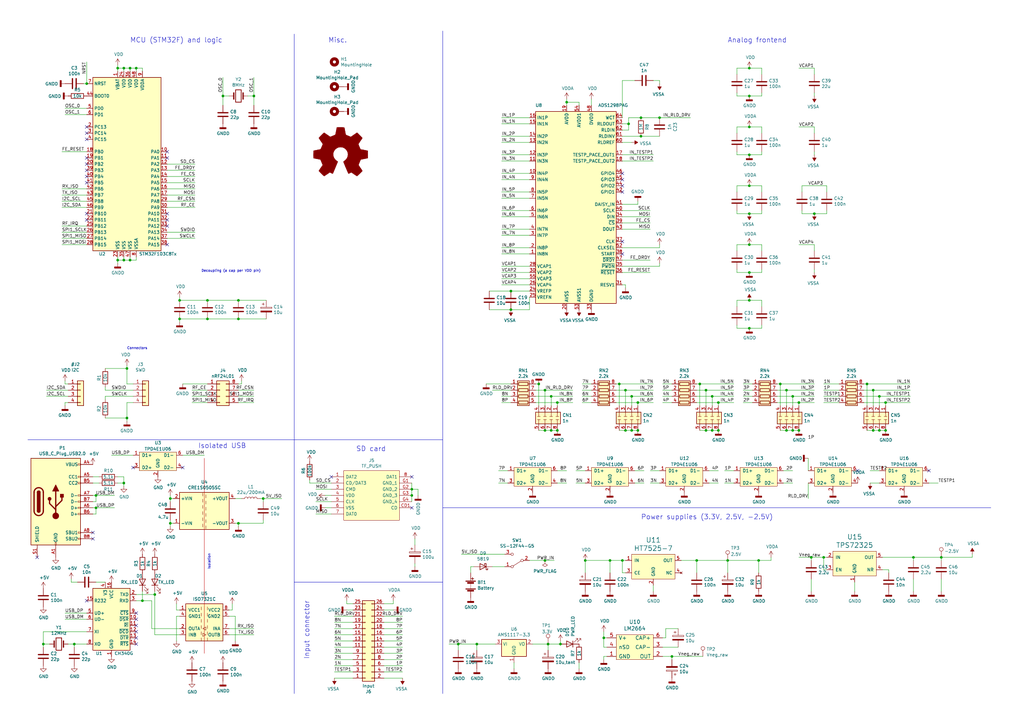
<source format=kicad_sch>
(kicad_sch (version 20230121) (generator eeschema)
  (paper "A3")
  (junction (at 307.34 63.5))
  (junction (at 91.44 39.37))
  (junction (at 337.82 228.6))
  (junction (at 307.34 52.07))
  (junction (at 209.55 119.38))
  (junction (at 358.14 160.02))
  (junction (at 256.54 160.02))
  (junction (at 97.79 123.19))
  (junction (at 223.52 160.02))
  (junction (at 307.34 134.62))
  (junction (at 292.1 176.53))
  (junction (at 226.06 176.53))
  (junction (at 289.56 160.02))
  (junction (at 289.56 176.53))
  (junction (at 294.64 176.53))
  (junction (at 255.27 229.87))
  (junction (at 298.45 229.87))
  (junction (at 17.78 264.16))
  (junction (at 254 157.48))
  (junction (at 386.08 228.6))
  (junction (at 250.19 229.87))
  (junction (at 30.48 264.16))
  (junction (at 229.87 264.16))
  (junction (at 39.37 208.28))
  (junction (at 107.95 204.47))
  (junction (at 261.62 176.53))
  (junction (at 311.15 229.87))
  (junction (at 363.22 165.1))
  (junction (at 240.03 229.87))
  (junction (at 360.68 162.56))
  (junction (at 259.08 162.56))
  (junction (at 50.8 106.68))
  (junction (at 168.91 203.2))
  (junction (at 97.79 214.63))
  (junction (at 307.34 27.94))
  (junction (at 292.1 162.56))
  (junction (at 52.07 151.13))
  (junction (at 223.52 229.87))
  (junction (at 53.34 27.94))
  (junction (at 228.6 165.1))
  (junction (at 334.01 87.63))
  (junction (at 55.88 27.94))
  (junction (at 73.66 123.19))
  (junction (at 307.34 39.37))
  (junction (at 69.85 214.63))
  (junction (at 232.41 41.91))
  (junction (at 256.54 176.53))
  (junction (at 259.08 176.53))
  (junction (at 327.66 176.53))
  (junction (at 50.8 27.94))
  (junction (at 275.59 269.24))
  (junction (at 374.65 228.6))
  (junction (at 39.37 203.2))
  (junction (at 332.74 228.6))
  (junction (at 363.22 176.53))
  (junction (at 307.34 111.76))
  (junction (at 220.98 157.48))
  (junction (at 358.14 176.53))
  (junction (at 223.52 176.53))
  (junction (at 228.6 176.53))
  (junction (at 307.34 87.63))
  (junction (at 360.68 176.53))
  (junction (at 325.12 162.56))
  (junction (at 307.34 123.19))
  (junction (at 325.12 176.53))
  (junction (at 187.96 264.16))
  (junction (at 287.02 157.48))
  (junction (at 262.89 55.88))
  (junction (at 355.6 157.48))
  (junction (at 294.64 165.1))
  (junction (at 209.55 127))
  (junction (at 73.66 130.81))
  (junction (at 307.34 100.33))
  (junction (at 63.5 243.84))
  (junction (at 195.58 264.16))
  (junction (at 226.06 162.56))
  (junction (at 257.81 50.8))
  (junction (at 48.26 106.68))
  (junction (at 58.42 246.38))
  (junction (at 168.91 200.66))
  (junction (at 85.09 130.81))
  (junction (at 97.79 130.81))
  (junction (at 48.26 27.94))
  (junction (at 262.89 48.26))
  (junction (at 261.62 165.1))
  (junction (at 50.8 198.12))
  (junction (at 322.58 176.53))
  (junction (at 320.04 157.48))
  (junction (at 285.75 229.87))
  (junction (at 224.79 264.16))
  (junction (at 104.14 39.37))
  (junction (at 247.65 261.62))
  (junction (at 69.85 204.47))
  (junction (at 322.58 160.02))
  (junction (at 307.34 76.2))
  (junction (at 327.66 165.1))
  (junction (at 270.51 48.26))
  (junction (at 35.56 34.29))
  (junction (at 85.09 123.19))
  (junction (at 53.34 106.68))
  (junction (at 52.07 171.45))
  (no_connect (at 55.88 264.16))
  (no_connect (at 68.58 92.71))
  (no_connect (at 135.89 195.58))
  (no_connect (at 55.88 251.46))
  (no_connect (at 255.27 104.14))
  (no_connect (at 35.56 90.17))
  (no_connect (at 55.88 256.54))
  (no_connect (at 35.56 54.61))
  (no_connect (at 35.56 69.85))
  (no_connect (at 35.56 67.31))
  (no_connect (at 35.56 64.77))
  (no_connect (at 168.91 195.58))
  (no_connect (at 255.27 76.2))
  (no_connect (at 351.79 193.04))
  (no_connect (at 54.61 191.77))
  (no_connect (at 35.56 74.93))
  (no_connect (at 255.27 73.66))
  (no_connect (at 35.56 87.63))
  (no_connect (at 55.88 254))
  (no_connect (at 35.56 52.07))
  (no_connect (at 255.27 99.06))
  (no_connect (at 68.58 87.63))
  (no_connect (at 15.24 228.6))
  (no_connect (at 68.58 64.77))
  (no_connect (at 68.58 100.33))
  (no_connect (at 255.27 71.12))
  (no_connect (at 55.88 259.08))
  (no_connect (at 35.56 72.39))
  (no_connect (at 38.1 220.98))
  (no_connect (at 168.91 208.28))
  (no_connect (at 38.1 218.44))
  (no_connect (at 55.88 261.62))
  (no_connect (at 381 193.04))
  (no_connect (at 74.93 191.77))
  (no_connect (at 255.27 78.74))
  (no_connect (at 68.58 90.17))
  (no_connect (at 35.56 57.15))
  (no_connect (at 68.58 62.23))
  (no_connect (at 35.56 246.38))
  (wire (pts (xy 337.82 233.68) (xy 339.09 233.68)))
  (wire (pts (xy 63.5 243.84) (xy 63.5 260.35)))
  (wire (pts (xy 35.56 80.01) (xy 25.4 80.01)))
  (wire (pts (xy 337.82 228.6) (xy 337.82 233.68)))
  (wire (pts (xy 107.95 214.63) (xy 97.79 214.63)))
  (wire (pts (xy 302.26 134.62) (xy 307.34 134.62)))
  (wire (pts (xy 73.66 123.19) (xy 73.66 121.92)))
  (wire (pts (xy 386.08 242.57) (xy 386.08 237.49)))
  (wire (pts (xy 144.78 267.97) (xy 137.16 267.97)))
  (wire (pts (xy 270.51 55.88) (xy 262.89 55.88)))
  (wire (pts (xy 80.01 95.25) (xy 68.58 95.25)))
  (wire (pts (xy 228.6 198.12) (xy 232.41 198.12)))
  (wire (pts (xy 55.88 246.38) (xy 58.42 246.38)))
  (wire (pts (xy 48.26 27.94) (xy 48.26 26.67)))
  (wire (pts (xy 205.74 86.36) (xy 217.17 86.36)))
  (wire (pts (xy 43.18 151.13) (xy 52.07 151.13)))
  (wire (pts (xy 58.42 246.38) (xy 62.23 246.38)))
  (wire (pts (xy 224.79 264.16) (xy 224.79 266.7)))
  (wire (pts (xy 210.82 274.32) (xy 210.82 271.78)))
  (wire (pts (xy 256.54 176.53) (xy 254 176.53)))
  (wire (pts (xy 26.67 254) (xy 35.56 254)))
  (wire (pts (xy 270.51 107.95) (xy 270.51 109.22)))
  (wire (pts (xy 170.18 223.52) (xy 170.18 220.98)))
  (wire (pts (xy 259.08 176.53) (xy 256.54 176.53)))
  (wire (pts (xy 238.76 165.1) (xy 242.57 165.1)))
  (wire (pts (xy 307.34 87.63) (xy 312.42 87.63)))
  (wire (pts (xy 223.52 229.87) (xy 217.17 229.87)))
  (wire (pts (xy 38.1 205.74) (xy 39.37 205.74)))
  (wire (pts (xy 68.58 80.01) (xy 80.01 80.01)))
  (wire (pts (xy 322.58 166.37) (xy 322.58 160.02)))
  (wire (pts (xy 318.77 162.56) (xy 325.12 162.56)))
  (wire (pts (xy 386.08 228.6) (xy 386.08 229.87)))
  (wire (pts (xy 48.26 195.58) (xy 50.8 195.58)))
  (wire (pts (xy 302.26 52.07) (xy 302.26 54.61)))
  (wire (pts (xy 302.26 100.33) (xy 302.26 102.87)))
  (wire (pts (xy 50.8 106.68) (xy 50.8 105.41)))
  (wire (pts (xy 255.27 234.95) (xy 256.54 234.95)))
  (wire (pts (xy 339.09 78.74) (xy 339.09 76.2)))
  (wire (pts (xy 144.78 273.05) (xy 137.16 273.05)))
  (wire (pts (xy 302.26 123.19) (xy 302.26 125.73)))
  (wire (pts (xy 289.56 160.02) (xy 300.99 160.02)))
  (wire (pts (xy 35.56 34.29) (xy 34.29 34.29)))
  (wire (pts (xy 298.45 229.87) (xy 285.75 229.87)))
  (wire (pts (xy 217.17 73.66) (xy 205.74 73.66)))
  (wire (pts (xy 129.54 205.74) (xy 135.89 205.74)))
  (polyline (pts (xy 181.61 238.76) (xy 120.65 238.76)))
  (wire (pts (xy 85.09 165.1) (xy 78.74 165.1)))
  (wire (pts (xy 69.85 205.74) (xy 69.85 204.47)))
  (wire (pts (xy 53.34 27.94) (xy 55.88 27.94)))
  (wire (pts (xy 53.34 27.94) (xy 50.8 27.94)))
  (wire (pts (xy 302.26 62.23) (xy 302.26 63.5)))
  (wire (pts (xy 96.52 262.89) (xy 96.52 252.73)))
  (wire (pts (xy 80.01 67.31) (xy 68.58 67.31)))
  (wire (pts (xy 355.6 166.37) (xy 355.6 157.48)))
  (wire (pts (xy 304.8 165.1) (xy 308.61 165.1)))
  (wire (pts (xy 96.52 252.73) (xy 93.98 252.73)))
  (wire (pts (xy 259.08 162.56) (xy 267.97 162.56)))
  (wire (pts (xy 69.85 215.9) (xy 69.85 214.63)))
  (wire (pts (xy 312.42 100.33) (xy 307.34 100.33)))
  (wire (pts (xy 398.78 228.6) (xy 398.78 227.33)))
  (wire (pts (xy 275.59 269.24) (xy 271.78 269.24)))
  (wire (pts (xy 275.59 270.51) (xy 275.59 269.24)))
  (wire (pts (xy 78.74 162.56) (xy 85.09 162.56)))
  (wire (pts (xy 25.4 82.55) (xy 35.56 82.55)))
  (wire (pts (xy 17.78 264.16) (xy 20.32 264.16)))
  (wire (pts (xy 54.61 165.1) (xy 52.07 165.1)))
  (wire (pts (xy 26.67 165.1) (xy 27.94 165.1)))
  (wire (pts (xy 205.74 104.14) (xy 217.17 104.14)))
  (wire (pts (xy 207.01 232.41) (xy 201.93 232.41)))
  (wire (pts (xy 35.56 92.71) (xy 25.4 92.71)))
  (wire (pts (xy 325.12 176.53) (xy 322.58 176.53)))
  (wire (pts (xy 320.04 166.37) (xy 320.04 157.48)))
  (wire (pts (xy 35.56 264.16) (xy 30.48 264.16)))
  (wire (pts (xy 360.68 176.53) (xy 358.14 176.53)))
  (wire (pts (xy 205.74 78.74) (xy 217.17 78.74)))
  (wire (pts (xy 238.76 160.02) (xy 242.57 160.02)))
  (wire (pts (xy 35.56 100.33) (xy 25.4 100.33)))
  (wire (pts (xy 236.22 198.12) (xy 240.03 198.12)))
  (wire (pts (xy 267.97 33.02) (xy 270.51 33.02)))
  (wire (pts (xy 327.66 165.1) (xy 334.01 165.1)))
  (wire (pts (xy 48.26 107.95) (xy 48.26 106.68)))
  (wire (pts (xy 52.07 171.45) (xy 52.07 172.72)))
  (wire (pts (xy 142.24 246.38) (xy 142.24 247.65)))
  (wire (pts (xy 171.45 200.66) (xy 168.91 200.66)))
  (wire (pts (xy 285.75 160.02) (xy 289.56 160.02)))
  (wire (pts (xy 48.26 27.94) (xy 50.8 27.94)))
  (wire (pts (xy 223.52 160.02) (xy 234.95 160.02)))
  (wire (pts (xy 256.54 166.37) (xy 256.54 160.02)))
  (wire (pts (xy 307.34 52.07) (xy 302.26 52.07)))
  (wire (pts (xy 229.87 262.89) (xy 229.87 264.16)))
  (wire (pts (xy 327.66 228.6) (xy 332.74 228.6)))
  (wire (pts (xy 318.77 165.1) (xy 327.66 165.1)))
  (wire (pts (xy 292.1 162.56) (xy 300.99 162.56)))
  (wire (pts (xy 252.73 157.48) (xy 254 157.48)))
  (wire (pts (xy 30.48 265.43) (xy 30.48 264.16)))
  (wire (pts (xy 26.67 251.46) (xy 35.56 251.46)))
  (wire (pts (xy 39.37 203.2) (xy 38.1 203.2)))
  (wire (pts (xy 298.45 234.95) (xy 298.45 229.87)))
  (wire (pts (xy 266.7 91.44) (xy 255.27 91.44)))
  (wire (pts (xy 55.88 106.68) (xy 55.88 105.41)))
  (wire (pts (xy 35.56 25.4) (xy 35.56 34.29)))
  (wire (pts (xy 38.1 195.58) (xy 40.64 195.58)))
  (wire (pts (xy 228.6 176.53) (xy 226.06 176.53)))
  (wire (pts (xy 217.17 66.04) (xy 205.74 66.04)))
  (wire (pts (xy 322.58 160.02) (xy 334.01 160.02)))
  (wire (pts (xy 308.61 157.48) (xy 304.8 157.48)))
  (wire (pts (xy 52.07 157.48) (xy 54.61 157.48)))
  (wire (pts (xy 328.93 86.36) (xy 328.93 87.63)))
  (wire (pts (xy 97.79 214.63) (xy 96.52 214.63)))
  (polyline (pts (xy 181.61 208.28) (xy 406.4 208.28)))
  (wire (pts (xy 322.58 176.53) (xy 320.04 176.53)))
  (wire (pts (xy 226.06 162.56) (xy 234.95 162.56)))
  (wire (pts (xy 171.45 203.2) (xy 171.45 200.66)))
  (wire (pts (xy 217.17 116.84) (xy 205.74 116.84)))
  (wire (pts (xy 302.26 110.49) (xy 302.26 111.76)))
  (wire (pts (xy 157.48 270.51) (xy 165.1 270.51)))
  (wire (pts (xy 294.64 176.53) (xy 292.1 176.53)))
  (wire (pts (xy 325.12 166.37) (xy 325.12 162.56)))
  (wire (pts (xy 334.01 30.48) (xy 334.01 27.94)))
  (wire (pts (xy 289.56 176.53) (xy 287.02 176.53)))
  (wire (pts (xy 72.39 262.89) (xy 72.39 252.73)))
  (wire (pts (xy 334.01 102.87) (xy 334.01 100.33)))
  (wire (pts (xy 307.34 76.2) (xy 312.42 76.2)))
  (wire (pts (xy 226.06 176.53) (xy 223.52 176.53)))
  (wire (pts (xy 266.7 106.68) (xy 255.27 106.68)))
  (wire (pts (xy 157.48 260.35) (xy 165.1 260.35)))
  (wire (pts (xy 328.93 76.2) (xy 339.09 76.2)))
  (wire (pts (xy 312.42 52.07) (xy 307.34 52.07)))
  (wire (pts (xy 72.39 250.19) (xy 73.66 250.19)))
  (wire (pts (xy 307.34 63.5) (xy 312.42 63.5)))
  (wire (pts (xy 137.16 275.59) (xy 144.78 275.59)))
  (wire (pts (xy 73.66 130.81) (xy 85.09 130.81)))
  (wire (pts (xy 144.78 278.13) (xy 137.16 278.13)))
  (wire (pts (xy 53.34 106.68) (xy 55.88 106.68)))
  (wire (pts (xy 302.26 63.5) (xy 307.34 63.5)))
  (wire (pts (xy 332.74 242.57) (xy 332.74 237.49)))
  (wire (pts (xy 52.07 151.13) (xy 52.07 157.48)))
  (wire (pts (xy 209.55 119.38) (xy 200.66 119.38)))
  (wire (pts (xy 307.34 134.62) (xy 312.42 134.62)))
  (wire (pts (xy 232.41 41.91) (xy 232.41 43.18)))
  (wire (pts (xy 257.81 48.26) (xy 262.89 48.26)))
  (wire (pts (xy 363.22 176.53) (xy 360.68 176.53)))
  (wire (pts (xy 104.14 43.18) (xy 104.14 39.37)))
  (wire (pts (xy 364.49 233.68) (xy 364.49 234.95)))
  (wire (pts (xy 381 198.12) (xy 384.81 198.12)))
  (wire (pts (xy 50.8 199.39) (xy 50.8 198.12)))
  (polyline (pts (xy 181.61 12.7) (xy 181.61 284.48)))
  (wire (pts (xy 25.4 62.23) (xy 35.56 62.23)))
  (wire (pts (xy 307.34 27.94) (xy 312.42 27.94)))
  (wire (pts (xy 129.54 200.66) (xy 135.89 200.66)))
  (wire (pts (xy 262.89 48.26) (xy 270.51 48.26)))
  (wire (pts (xy 26.67 44.45) (xy 35.56 44.45)))
  (wire (pts (xy 17.78 259.08) (xy 17.78 264.16)))
  (wire (pts (xy 104.14 31.75) (xy 104.14 39.37)))
  (wire (pts (xy 255.27 33.02) (xy 260.35 33.02)))
  (wire (pts (xy 302.26 76.2) (xy 307.34 76.2)))
  (wire (pts (xy 165.1 262.89) (xy 157.48 262.89)))
  (wire (pts (xy 43.18 160.02) (xy 43.18 158.75)))
  (wire (pts (xy 73.66 130.81) (xy 73.66 132.08)))
  (wire (pts (xy 250.19 229.87) (xy 255.27 229.87)))
  (wire (pts (xy 285.75 157.48) (xy 287.02 157.48)))
  (wire (pts (xy 297.18 193.04) (xy 300.99 193.04)))
  (wire (pts (xy 53.34 106.68) (xy 53.34 105.41)))
  (wire (pts (xy 325.12 193.04) (xy 321.31 193.04)))
  (wire (pts (xy 115.57 204.47) (xy 107.95 204.47)))
  (wire (pts (xy 69.85 213.36) (xy 69.85 214.63)))
  (wire (pts (xy 26.67 157.48) (xy 26.67 156.21)))
  (wire (pts (xy 50.8 198.12) (xy 48.26 198.12)))
  (wire (pts (xy 217.17 81.28) (xy 205.74 81.28)))
  (wire (pts (xy 361.95 233.68) (xy 364.49 233.68)))
  (wire (pts (xy 80.01 97.79) (xy 68.58 97.79)))
  (wire (pts (xy 334.01 62.23) (xy 334.01 63.5)))
  (wire (pts (xy 157.48 265.43) (xy 165.1 265.43)))
  (wire (pts (xy 52.07 165.1) (xy 52.07 171.45)))
  (wire (pts (xy 271.78 165.1) (xy 275.59 165.1)))
  (wire (pts (xy 127 196.85) (xy 127 198.12)))
  (wire (pts (xy 266.7 88.9) (xy 255.27 88.9)))
  (wire (pts (xy 29.21 238.76) (xy 29.21 237.49)))
  (wire (pts (xy 256.54 118.11) (xy 256.54 116.84)))
  (wire (pts (xy 267.97 66.04) (xy 255.27 66.04)))
  (wire (pts (xy 337.82 160.02) (xy 344.17 160.02)))
  (wire (pts (xy 307.34 123.19) (xy 312.42 123.19)))
  (wire (pts (xy 217.17 93.98) (xy 205.74 93.98)))
  (wire (pts (xy 312.42 39.37) (xy 312.42 38.1)))
  (wire (pts (xy 354.33 165.1) (xy 363.22 165.1)))
  (wire (pts (xy 266.7 111.76) (xy 255.27 111.76)))
  (wire (pts (xy 85.09 160.02) (xy 78.74 160.02)))
  (wire (pts (xy 205.74 63.5) (xy 217.17 63.5)))
  (wire (pts (xy 27.94 157.48) (xy 26.67 157.48)))
  (wire (pts (xy 27.94 160.02) (xy 19.05 160.02)))
  (wire (pts (xy 195.58 264.16) (xy 195.58 266.7)))
  (wire (pts (xy 107.95 213.36) (xy 107.95 214.63)))
  (wire (pts (xy 252.73 162.56) (xy 259.08 162.56)))
  (wire (pts (xy 262.89 55.88) (xy 255.27 55.88)))
  (wire (pts (xy 363.22 165.1) (xy 373.38 165.1)))
  (wire (pts (xy 205.74 165.1) (xy 209.55 165.1)))
  (wire (pts (xy 46.99 203.2) (xy 39.37 203.2)))
  (wire (pts (xy 292.1 166.37) (xy 292.1 162.56)))
  (wire (pts (xy 91.44 43.18) (xy 91.44 39.37)))
  (wire (pts (xy 97.79 123.19) (xy 109.22 123.19)))
  (wire (pts (xy 107.95 205.74) (xy 107.95 204.47)))
  (wire (pts (xy 104.14 260.35) (xy 93.98 260.35)))
  (wire (pts (xy 91.44 39.37) (xy 93.98 39.37)))
  (wire (pts (xy 48.26 106.68) (xy 50.8 106.68)))
  (wire (pts (xy 247.65 261.62) (xy 247.65 265.43)))
  (wire (pts (xy 270.51 109.22) (xy 255.27 109.22)))
  (wire (pts (xy 302.26 86.36) (xy 302.26 87.63)))
  (wire (pts (xy 334.01 100.33) (xy 327.66 100.33)))
  (wire (pts (xy 312.42 134.62) (xy 312.42 133.35)))
  (wire (pts (xy 137.16 252.73) (xy 144.78 252.73)))
  (wire (pts (xy 356.87 193.04) (xy 360.68 193.04)))
  (wire (pts (xy 99.06 156.21) (xy 99.06 157.48)))
  (wire (pts (xy 256.54 160.02) (xy 267.97 160.02)))
  (polyline (pts (xy 11.43 180.34) (xy 181.61 180.34)))
  (wire (pts (xy 302.26 38.1) (xy 302.26 39.37)))
  (wire (pts (xy 259.08 166.37) (xy 259.08 162.56)))
  (wire (pts (xy 312.42 30.48) (xy 312.42 27.94)))
  (wire (pts (xy 165.1 273.05) (xy 157.48 273.05)))
  (wire (pts (xy 257.81 50.8) (xy 255.27 50.8)))
  (wire (pts (xy 312.42 54.61) (xy 312.42 52.07)))
  (wire (pts (xy 217.17 111.76) (xy 205.74 111.76)))
  (wire (pts (xy 31.75 238.76) (xy 29.21 238.76)))
  (wire (pts (xy 311.15 229.87) (xy 298.45 229.87)))
  (wire (pts (xy 316.23 228.6) (xy 316.23 229.87)))
  (wire (pts (xy 73.66 123.19) (xy 85.09 123.19)))
  (wire (pts (xy 285.75 234.95) (xy 285.75 229.87)))
  (wire (pts (xy 137.16 265.43) (xy 144.78 265.43)))
  (wire (pts (xy 184.15 264.16) (xy 187.96 264.16)))
  (wire (pts (xy 52.07 149.86) (xy 52.07 151.13)))
  (wire (pts (xy 307.34 100.33) (xy 302.26 100.33)))
  (wire (pts (xy 312.42 102.87) (xy 312.42 100.33)))
  (wire (pts (xy 157.48 275.59) (xy 165.1 275.59)))
  (wire (pts (xy 187.96 266.7) (xy 187.96 264.16)))
  (wire (pts (xy 170.18 231.14) (xy 170.18 232.41)))
  (wire (pts (xy 43.18 160.02) (xy 54.61 160.02)))
  (wire (pts (xy 285.75 229.87) (xy 279.4 229.87)))
  (wire (pts (xy 232.41 41.91) (xy 237.49 41.91)))
  (wire (pts (xy 39.37 208.28) (xy 38.1 208.28)))
  (wire (pts (xy 374.65 228.6) (xy 386.08 228.6)))
  (wire (pts (xy 35.56 97.79) (xy 25.4 97.79)))
  (wire (pts (xy 72.39 247.65) (xy 72.39 250.19)))
  (wire (pts (xy 261.62 166.37) (xy 261.62 165.1)))
  (wire (pts (xy 360.68 162.56) (xy 373.38 162.56)))
  (wire (pts (xy 287.02 166.37) (xy 287.02 157.48)))
  (wire (pts (xy 217.17 127) (xy 209.55 127)))
  (wire (pts (xy 55.88 27.94) (xy 55.88 29.21)))
  (wire (pts (xy 266.7 193.04) (xy 270.51 193.04)))
  (wire (pts (xy 205.74 162.56) (xy 209.55 162.56)))
  (wire (pts (xy 133.35 203.2) (xy 135.89 203.2)))
  (wire (pts (xy 165.1 267.97) (xy 157.48 267.97)))
  (wire (pts (xy 218.44 264.16) (xy 224.79 264.16)))
  (wire (pts (xy 220.98 166.37) (xy 220.98 157.48)))
  (wire (pts (xy 137.16 260.35) (xy 144.78 260.35)))
  (wire (pts (xy 361.95 228.6) (xy 374.65 228.6)))
  (wire (pts (xy 304.8 160.02) (xy 308.61 160.02)))
  (wire (pts (xy 267.97 240.03) (xy 267.97 242.57)))
  (wire (pts (xy 194.31 232.41) (xy 193.04 232.41)))
  (wire (pts (xy 144.78 257.81) (xy 137.16 257.81)))
  (wire (pts (xy 316.23 229.87) (xy 311.15 229.87)))
  (wire (pts (xy 266.7 198.12) (xy 270.51 198.12)))
  (wire (pts (xy 129.54 210.82) (xy 135.89 210.82)))
  (wire (pts (xy 71.12 204.47) (xy 69.85 204.47)))
  (wire (pts (xy 328.93 76.2) (xy 328.93 78.74)))
  (wire (pts (xy 127 198.12) (xy 135.89 198.12)))
  (wire (pts (xy 271.78 261.62) (xy 273.05 261.62)))
  (wire (pts (xy 187.96 264.16) (xy 195.58 264.16)))
  (wire (pts (xy 226.06 166.37) (xy 226.06 162.56)))
  (wire (pts (xy 257.81 53.34) (xy 257.81 50.8)))
  (wire (pts (xy 318.77 160.02) (xy 322.58 160.02)))
  (wire (pts (xy 35.56 95.25) (xy 25.4 95.25)))
  (wire (pts (xy 104.14 165.1) (xy 97.79 165.1)))
  (wire (pts (xy 95.25 247.65) (xy 95.25 250.19)))
  (wire (pts (xy 229.87 264.16) (xy 224.79 264.16)))
  (wire (pts (xy 356.87 198.12) (xy 360.68 198.12)))
  (wire (pts (xy 223.52 176.53) (xy 220.98 176.53)))
  (wire (pts (xy 45.72 186.69) (xy 54.61 186.69)))
  (wire (pts (xy 50.8 195.58) (xy 50.8 198.12)))
  (wire (pts (xy 80.01 85.09) (xy 68.58 85.09)))
  (wire (pts (xy 355.6 157.48) (xy 373.38 157.48)))
  (wire (pts (xy 204.47 198.12) (xy 208.28 198.12)))
  (wire (pts (xy 261.62 82.55) (xy 261.62 83.82)))
  (wire (pts (xy 189.23 227.33) (xy 207.01 227.33)))
  (wire (pts (xy 294.64 193.04) (xy 290.83 193.04)))
  (wire (pts (xy 217.17 58.42) (xy 205.74 58.42)))
  (wire (pts (xy 107.95 204.47) (xy 106.68 204.47)))
  (wire (pts (xy 217.17 101.6) (xy 205.74 101.6)))
  (wire (pts (xy 91.44 31.75) (xy 91.44 39.37)))
  (wire (pts (xy 302.26 76.2) (xy 302.26 78.74)))
  (wire (pts (xy 39.37 238.76) (xy 43.18 238.76)))
  (wire (pts (xy 302.26 27.94) (xy 302.26 30.48)))
  (wire (pts (xy 256.54 116.84) (xy 255.27 116.84)))
  (wire (pts (xy 72.39 252.73) (xy 73.66 252.73)))
  (wire (pts (xy 374.65 242.57) (xy 374.65 237.49)))
  (wire (pts (xy 307.34 39.37) (xy 312.42 39.37)))
  (wire (pts (xy 334.01 38.1) (xy 334.01 39.37)))
  (wire (pts (xy 255.27 48.26) (xy 255.27 33.02)))
  (wire (pts (xy 360.68 166.37) (xy 360.68 162.56)))
  (wire (pts (xy 354.33 157.48) (xy 355.6 157.48)))
  (wire (pts (xy 53.34 29.21) (xy 53.34 27.94)))
  (wire (pts (xy 247.65 259.08) (xy 247.65 261.62)))
  (wire (pts (xy 99.06 157.48) (xy 97.79 157.48)))
  (wire (pts (xy 297.18 198.12) (xy 300.99 198.12)))
  (wire (pts (xy 302.26 133.35) (xy 302.26 134.62)))
  (wire (pts (xy 165.1 252.73) (xy 157.48 252.73)))
  (wire (pts (xy 168.91 203.2) (xy 168.91 205.74)))
  (wire (pts (xy 252.73 165.1) (xy 261.62 165.1)))
  (wire (pts (xy 219.71 160.02) (xy 223.52 160.02)))
  (wire (pts (xy 217.17 119.38) (xy 209.55 119.38)))
  (wire (pts (xy 205.74 55.88) (xy 217.17 55.88)))
  (wire (pts (xy 334.01 110.49) (xy 334.01 111.76)))
  (wire (pts (xy 285.75 165.1) (xy 294.64 165.1)))
  (wire (pts (xy 68.58 74.93) (xy 80.01 74.93)))
  (wire (pts (xy 255.27 53.34) (xy 257.81 53.34)))
  (wire (pts (xy 43.18 163.83) (xy 43.18 162.56)))
  (wire (pts (xy 275.59 269.24) (xy 288.29 269.24)))
  (wire (pts (xy 261.62 176.53) (xy 259.08 176.53)))
  (wire (pts (xy 294.64 165.1) (xy 300.99 165.1)))
  (wire (pts (xy 254 166.37) (xy 254 157.48)))
  (wire (pts (xy 68.58 72.39) (xy 80.01 72.39)))
  (wire (pts (xy 35.56 85.09) (xy 25.4 85.09)))
  (wire (pts (xy 266.7 86.36) (xy 255.27 86.36)))
  (wire (pts (xy 312.42 111.76) (xy 312.42 110.49)))
  (wire (pts (xy 374.65 228.6) (xy 374.65 229.87)))
  (wire (pts (xy 223.52 166.37) (xy 223.52 160.02)))
  (wire (pts (xy 339.09 87.63) (xy 339.09 86.36)))
  (wire (pts (xy 255.27 63.5) (xy 267.97 63.5)))
  (wire (pts (xy 97.79 214.63) (xy 97.79 215.9)))
  (wire (pts (xy 312.42 87.63) (xy 312.42 86.36)))
  (wire (pts (xy 240.03 234.95) (xy 240.03 229.87)))
  (wire (pts (xy 304.8 162.56) (xy 308.61 162.56)))
  (wire (pts (xy 161.29 247.65) (xy 157.48 247.65)))
  (polyline (pts (xy 120.65 13.97) (xy 120.65 284.48)))
  (wire (pts (xy 30.48 264.16) (xy 27.94 264.16)))
  (wire (pts (xy 312.42 125.73) (xy 312.42 123.19)))
  (wire (pts (xy 157.48 255.27) (xy 165.1 255.27)))
  (wire (pts (xy 260.35 198.12) (xy 264.16 198.12)))
  (wire (pts (xy 332.74 229.87) (xy 332.74 228.6)))
  (wire (pts (xy 273.05 261.62) (xy 273.05 257.81)))
  (wire (pts (xy 217.17 88.9) (xy 205.74 88.9)))
  (wire (pts (xy 337.82 165.1) (xy 344.17 165.1)))
  (wire (pts (xy 227.33 229.87) (xy 223.52 229.87)))
  (wire (pts (xy 278.13 265.43) (xy 271.78 265.43)))
  (wire (pts (xy 58.42 27.94) (xy 58.42 29.21)))
  (wire (pts (xy 104.14 39.37) (xy 101.6 39.37)))
  (wire (pts (xy 247.65 261.62) (xy 248.92 261.62)))
  (wire (pts (xy 62.23 246.38) (xy 62.23 257.81)))
  (wire (pts (xy 289.56 166.37) (xy 289.56 160.02)))
  (wire (pts (xy 271.78 162.56) (xy 275.59 162.56)))
  (wire (pts (xy 63.5 260.35) (xy 73.66 260.35)))
  (wire (pts (xy 217.17 121.92) (xy 217.17 127)))
  (wire (pts (xy 358.14 166.37) (xy 358.14 160.02)))
  (wire (pts (xy 74.93 157.48) (xy 85.09 157.48)))
  (wire (pts (xy 161.29 250.19) (xy 157.48 250.19)))
  (wire (pts (xy 219.71 165.1) (xy 228.6 165.1)))
  (wire (pts (xy 19.05 162.56) (xy 27.94 162.56)))
  (wire (pts (xy 236.22 193.04) (xy 240.03 193.04)))
  (wire (pts (xy 337.82 162.56) (xy 344.17 162.56)))
  (wire (pts (xy 35.56 77.47) (xy 25.4 77.47)))
  (wire (pts (xy 26.67 166.37) (xy 26.67 165.1)))
  (wire (pts (xy 266.7 93.98) (xy 255.27 93.98)))
  (wire (pts (xy 354.33 162.56) (xy 360.68 162.56)))
  (wire (pts (xy 294.64 166.37) (xy 294.64 165.1)))
  (wire (pts (xy 271.78 160.02) (xy 275.59 160.02)))
  (wire (pts (xy 144.78 262.89) (xy 137.16 262.89)))
  (wire (pts (xy 321.31 198.12) (xy 325.12 198.12)))
  (wire (pts (xy 337.82 228.6) (xy 339.09 228.6)))
  (wire (pts (xy 275.59 157.48) (xy 271.78 157.48)))
  (wire (pts (xy 228.6 166.37) (xy 228.6 165.1)))
  (wire (pts (xy 302.26 87.63) (xy 307.34 87.63)))
  (wire (pts (xy 40.64 198.12) (xy 38.1 198.12)))
  (wire (pts (xy 264.16 193.04) (xy 260.35 193.04)))
  (polyline (pts (xy 83.82 187.96) (xy 83.82 267.97)) (stroke (width 0) (color 194 0 0 1)))
  (wire (pts (xy 232.41 193.04) (xy 228.6 193.04)))
  (wire (pts (xy 55.88 27.94) (xy 58.42 27.94)))
  (wire (pts (xy 332.74 228.6) (xy 337.82 228.6)))
  (wire (pts (xy 35.56 259.08) (xy 17.78 259.08)))
  (wire (pts (xy 334.01 52.07) (xy 327.66 52.07)))
  (wire (pts (xy 331.47 193.04) (xy 331.47 187.96)))
  (wire (pts (xy 354.33 160.02) (xy 358.14 160.02)))
  (wire (pts (xy 58.42 242.57) (xy 58.42 246.38)))
  (wire (pts (xy 137.16 270.51) (xy 144.78 270.51)))
  (wire (pts (xy 142.24 250.19) (xy 144.78 250.19)))
  (wire (pts (xy 247.65 270.51) (xy 247.65 269.24)))
  (wire (pts (xy 237.49 41.91) (xy 237.49 43.18)))
  (wire (pts (xy 302.26 39.37) (xy 307.34 39.37)))
  (wire (pts (xy 104.14 160.02) (xy 97.79 160.02)))
  (wire (pts (xy 228.6 165.1) (xy 234.95 165.1)))
  (wire (pts (xy 302.26 111.76) (xy 307.34 111.76)))
  (wire (pts (xy 97.79 162.56) (xy 104.14 162.56)))
  (wire (pts (xy 193.04 232.41) (xy 193.04 234.95)))
  (wire (pts (xy 237.49 274.32) (xy 237.49 271.78)))
  (wire (pts (xy 80.01 82.55) (xy 68.58 82.55)))
  (wire (pts (xy 205.74 48.26) (xy 217.17 48.26)))
  (wire (pts (xy 318.77 157.48) (xy 320.04 157.48)))
  (wire (pts (xy 205.74 71.12) (xy 217.17 71.12)))
  (wire (pts (xy 35.56 46.99) (xy 26.67 46.99)))
  (wire (pts (xy 97.79 130.81) (xy 109.22 130.81)))
  (wire (pts (xy 285.75 162.56) (xy 292.1 162.56)))
  (wire (pts (xy 358.14 160.02) (xy 373.38 160.02)))
  (wire (pts (xy 311.15 234.95) (xy 311.15 229.87)))
  (wire (pts (xy 292.1 176.53) (xy 289.56 176.53)))
  (wire (pts (xy 17.78 265.43) (xy 17.78 264.16)))
  (wire (pts (xy 217.17 50.8) (xy 205.74 50.8)))
  (wire (pts (xy 247.65 269.24) (xy 248.92 269.24)))
  (wire (pts (xy 85.09 130.81) (xy 97.79 130.81)))
  (wire (pts (xy 43.18 162.56) (xy 54.61 162.56)))
  (wire (pts (xy 168.91 198.12) (xy 168.91 200.66)))
  (wire (pts (xy 137.16 255.27) (xy 144.78 255.27)))
  (wire (pts (xy 256.54 229.87) (xy 255.27 229.87)))
  (wire (pts (xy 50.8 27.94) (xy 50.8 29.21)))
  (wire (pts (xy 398.78 228.6) (xy 386.08 228.6)))
  (wire (pts (xy 270.51 33.02) (xy 270.51 34.29)))
  (wire (pts (xy 320.04 157.48) (xy 334.01 157.48)))
  (wire (pts (xy 358.14 176.53) (xy 355.6 176.53)))
  (wire (pts (xy 331.47 204.47) (xy 331.47 198.12)))
  (wire (pts (xy 168.91 200.66) (xy 168.91 203.2)))
  (wire (pts (xy 209.55 157.48) (xy 199.39 157.48)))
  (wire (pts (xy 334.01 27.94) (xy 327.66 27.94)))
  (wire (pts (xy 85.09 123.19) (xy 97.79 123.19)))
  (wire (pts (xy 209.55 127) (xy 200.66 127)))
  (wire (pts (xy 161.29 246.38) (xy 161.29 247.65)))
  (wire (pts (xy 48.26 106.68) (xy 48.26 105.41)))
  (wire (pts (xy 96.52 204.47) (xy 99.06 204.47)))
  (wire (pts (xy 219.71 157.48) (xy 220.98 157.48)))
  (wire (pts (xy 205.74 96.52) (xy 217.17 96.52)))
  (wire (pts (xy 133.35 208.28) (xy 135.89 208.28)))
  (wire (pts (xy 327.66 176.53) (xy 325.12 176.53)))
  (wire (pts (xy 363.22 166.37) (xy 363.22 165.1)))
  (wire (pts (xy 95.25 250.19) (xy 93.98 250.19)))
  (wire (pts (xy 344.17 157.48) (xy 337.82 157.48)))
  (wire (pts (xy 261.62 83.82) (xy 255.27 83.82)))
  (wire (pts (xy 48.26 29.21) (xy 48.26 27.94)))
  (wire (pts (xy 165.1 278.13) (xy 157.48 278.13)))
  (wire (pts (xy 43.18 171.45) (xy 52.07 171.45)))
  (wire (pts (xy 242.57 40.64) (xy 242.57 43.18)))
  (wire (pts (xy 334.01 87.63) (xy 339.09 87.63)))
  (wire (pts (xy 55.88 243.84) (xy 63.5 243.84)))
  (wire (pts (xy 350.52 242.57) (xy 350.52 238.76)))
  (wire (pts (xy 257.81 50.8) (xy 257.81 48.26)))
  (wire (pts (xy 80.01 69.85) (xy 68.58 69.85)))
  (wire (pts (xy 270.51 101.6) (xy 255.27 101.6)))
  (wire (pts (xy 250.19 234.95) (xy 250.19 229.87)))
  (wire (pts (xy 325.12 162.56) (xy 334.01 162.56)))
  (wire (pts (xy 312.42 78.74) (xy 312.42 76.2)))
  (wire (pts (xy 334.01 54.61) (xy 334.01 52.07)))
  (wire (pts (xy 104.14 257.81) (xy 93.98 257.81)))
  (wire (pts (xy 328.93 87.63) (xy 334.01 87.63)))
  (wire (pts (xy 287.02 157.48) (xy 300.99 157.48)))
  (wire (pts (xy 240.03 229.87) (xy 250.19 229.87)))
  (wire (pts (xy 205.74 109.22) (xy 217.17 109.22)))
  (wire (pts (xy 238.76 162.56) (xy 242.57 162.56)))
  (wire (pts (xy 204.47 193.04) (xy 208.28 193.04)))
  (wire (pts (xy 273.05 257.81) (xy 278.13 257.81)))
  (wire (pts (xy 247.65 265.43) (xy 248.92 265.43)))
  (wire (pts (xy 232.41 40.64) (xy 232.41 41.91)))
  (wire (pts (xy 312.42 63.5) (xy 312.42 62.23)))
  (wire (pts (xy 302.26 123.19) (xy 307.34 123.19)))
  (wire (pts (xy 219.71 162.56) (xy 226.06 162.56)))
  (wire (pts (xy 270.51 100.33) (xy 270.51 101.6)))
  (wire (pts (xy 205.74 114.3) (xy 217.17 114.3)))
  (wire (pts (xy 69.85 204.47) (xy 69.85 203.2)))
  (wire (pts (xy 83.82 186.69) (xy 74.93 186.69)))
  (wire (pts (xy 283.21 48.26) (xy 270.51 48.26)))
  (wire (pts (xy 50.8 106.68) (xy 53.34 106.68)))
  (wire (pts (xy 39.37 205.74) (xy 39.37 203.2)))
  (wire (pts (xy 252.73 160.02) (xy 256.54 160.02)))
  (wire (pts (xy 63.5 242.57) (xy 63.5 243.84)))
  (wire (pts (xy 165.1 257.81) (xy 157.48 257.81)))
  (wire (pts (xy 261.62 165.1) (xy 267.97 165.1)))
  (wire (pts (xy 242.57 157.48) (xy 238.76 157.48)))
  (wire (pts (xy 46.99 208.28) (xy 39.37 208.28)))
  (wire (pts (xy 290.83 198.12) (xy 294.64 198.12)))
  (wire (pts (xy 195.58 264.16) (xy 203.2 264.16)))
  (wire (pts (xy 62.23 257.81) (xy 73.66 257.81)))
  (wire (pts (xy 142.24 247.65) (xy 144.78 247.65)))
  (wire (pts (xy 39.37 210.82) (xy 39.37 208.28)))
  (wire (pts (xy 201.93 160.02) (xy 209.55 160.02)))
  (wire (pts (xy 254 157.48) (xy 267.97 157.48)))
  (wire (pts (xy 69.85 214.63) (xy 71.12 214.63)))
  (wire (pts (xy 307.34 111.76) (xy 312.42 111.76)))
  (wire (pts (xy 302.26 27.94) (xy 307.34 27.94)))
  (wire (pts (xy 80.01 77.47) (xy 68.58 77.47)))
  (wire (pts (xy 38.1 210.82) (xy 39.37 210.82)))
  (wire (pts (xy 259.08 58.42) (xy 255.27 58.42)))
  (wire (pts (xy 255.27 229.87) (xy 255.27 234.95)))
  (wire (pts (xy 327.66 165.1) (xy 327.66 166.37)))
  (text "MCU (STM32F) and logic" (at 53.34 17.78 0) (effects (font (size 2.0066 2.0066)) (justify left bottom)))
  (text "Power supplies (3.3V, 2.5V, -2.5V)" (at 262.89 213.36 0) (effects (font (size 2.0066 2.0066)) (justify left bottom)))
  (text "Isolation" (at 86.36 233.68 90) (effects (font (size 0.9906 0.9906)) (justify left bottom)))
  (text "Isolated USB" (at 81.28 184.15 0) (effects (font (size 2.0066 2.0066)) (justify left bottom)))
  (text "Misc." (at 134.62 17.78 0) (effects (font (size 2.0066 2.0066)) (justify left bottom)))
  (text "Connectors" (at 52.07 143.51 0) (effects (font (size 0.9906 0.9906)) (justify left bottom)))
  (text "Decoupling (a cap per VDD pin)\n" (at 82.55 111.76 0) (effects (font (size 0.9906 0.9906)) (justify left bottom)))
  (text "SD card" (at 146.05 185.42 0) (effects (font (size 2.0066 2.0066)) (justify left bottom)))
  (text "Input connector" (at 127 270.51 90) (effects (font (size 2.0066 2.0066)) (justify left bottom)))
  (text "Analog frontend" (at 298.45 17.78 0) (effects (font (size 2.0066 2.0066)) (justify left bottom)))
  (label "7P" (at 204.47 193.04 0))
  (label "RLD_DRV" (at 201.93 160.02 0))
  (label "IN_5N" (at 205.74 81.28 0))
  (label "8N" (at 137.16 255.27 0))
  (label "RF_IRQ" (at 25.4 92.71 0))
  (label "MISO" (at 266.7 93.98 180))
  (label "IN_4P" (at 205.74 71.12 0))
  (label "6P" (at 165.1 260.35 180))
  (label "IN_1N" (at 205.74 50.8 0))
  (label "1N" (at 297.18 198.12 0))
  (label "3N" (at 304.8 157.48 0))
  (label "VCAP4" (at 205.74 116.84 0))
  (label "USB_DP" (at 46.99 208.28 180))
  (label "SCLK" (at 129.54 205.74 0))
  (label "SWCLK" (at 45.72 162.56 0))
  (label "4N" (at 271.78 162.56 0))
  (label "MISO" (at 80.01 77.47 180))
  (label "2P" (at 304.8 165.1 0))
  (label "IN_5P" (at 300.99 160.02 180))
  (label "IN_3P" (at 205.74 63.5 0))
  (label "VCAP1" (at 205.74 109.22 0))
  (label "IN_1P" (at 205.74 48.26 0))
  (label "IN_2N" (at 334.01 162.56 180))
  (label "VCAP4" (at 327.66 100.33 0))
  (label "2N" (at 304.8 162.56 0))
  (label "IN_6P" (at 205.74 86.36 0))
  (label "8N" (at 205.74 162.56 0))
  (label "TESTP2" (at 356.87 193.04 0))
  (label "5P" (at 271.78 160.02 0))
  (label "2N" (at 325.12 198.12 180))
  (label "TESTP2" (at 165.1 275.59 180))
  (label "IN_8N" (at 205.74 104.14 0))
  (label "IN_2P" (at 334.01 165.1 180))
  (label "3P" (at 165.1 267.97 180))
  (label "RLD_DRV" (at 165.1 252.73 180))
  (label "NRST" (at 35.56 25.4 270))
  (label "IN_6N" (at 267.97 162.56 180))
  (label "I2C_SDA" (at 25.4 85.09 0))
  (label "TX_ISO" (at 25.4 80.01 0))
  (label "MOSI" (at 129.54 200.66 0))
  (label "RF_CSN" (at 104.14 160.02 180))
  (label "IN_7P" (at 205.74 93.98 0))
  (label "7P" (at 165.1 257.81 180))
  (label "SCLK" (at 80.01 74.93 180))
  (label "TESTP1" (at 137.16 275.59 0))
  (label "3P" (at 304.8 160.02 0))
  (label "IN_6P" (at 267.97 165.1 180))
  (label "IN_7N" (at 267.97 157.48 180))
  (label "IN_TESTP2" (at 267.97 66.04 180))
  (label "IN_TESTP2" (at 373.38 165.1 180))
  (label "OSC_0" (at 26.67 44.45 0))
  (label "4P" (at 294.64 193.04 180))
  (label "2P" (at 165.1 270.51 180))
  (label "SWDIO" (at 80.01 95.25 180))
  (label "IN_3P" (at 334.01 160.02 180))
  (label "1P" (at 337.82 160.02 0))
  (label "SPI1_MISO" (at 78.74 165.1 0))
  (label "5V_ISO" (at 189.23 227.33 0))
  (label "IN_3N" (at 205.74 66.04 0))
  (label "RLD_DRV" (at 331.47 204.47 180))
  (label "RF_IRQ" (at 104.14 165.1 180))
  (label "6N" (at 238.76 162.56 0))
  (label "SPI1_SCLK" (at 78.74 162.56 0))
  (label "USB_DP" (at 45.72 186.69 0))
  (label "IN_2N" (at 205.74 58.42 0))
  (label "SPI1_MOSI" (at 104.14 162.56 180))
  (label "IN_1N" (at 373.38 157.48 180))
  (label "7N" (at 204.47 198.12 0))
  (label "IN_8P" (at 234.95 165.1 180))
  (label "2P" (at 325.12 193.04 180))
  (label "IN_7P" (at 267.97 160.02 180))
  (label "OSC_1" (at 104.14 31.75 270))
  (label "5P" (at 236.22 193.04 0))
  (label "1N" (at 337.82 157.48 0))
  (label "3N" (at 137.16 267.97 0))
  (label "TESTP1" (at 384.81 198.12 0))
  (label "I2C_SCL" (at 19.05 162.56 0))
  (label "RLD_DRV" (at 137.16 252.73 0))
  (label "8P" (at 165.1 255.27 180))
  (label "USB_DM" (at 46.99 203.2 180))
  (label "IN_4P" (at 300.99 165.1 180))
  (label "7N" (at 137.16 257.81 0))
  (label "1P" (at 334.01 180.34 180))
  (label "1N" (at 137.16 273.05 0))
  (label "SWDIO" (at 45.72 160.02 0))
  (label "FE_RESET" (at 266.7 111.76 180))
  (label "7N" (at 238.76 157.48 0))
  (label "OSC_0" (at 91.44 31.75 270))
  (label "8P" (at 232.41 193.04 180))
  (label "IN_TESTP1" (at 373.38 162.56 180))
  (label "MISO" (at 129.54 210.82 0))
  (label "IN_8P" (at 205.74 101.6 0))
  (label "IN_6N" (at 205.74 88.9 0))
  (label "IN_TESTP1" (at 267.97 63.5 180))
  (label "8P" (at 205.74 165.1 0))
  (label "2N" (at 137.16 270.51 0))
  (label "Vneg_raw" (at 327.66 228.6 0))
  (label "1P" (at 165.1 273.05 180))
  (label "SCLK" (at 266.7 86.36 180))
  (label "RX_ISO" (at 25.4 77.47 0))
  (label "VCAP3" (at 205.74 114.3 0))
  (label "SPI1_MOSI" (at 25.4 100.33 0))
  (label "5N" (at 271.78 157.48 0))
  (label "IN_2P" (at 205.74 55.88 0))
  (label "IN_7N" (at 205.74 96.52 0))
  (label "VCAP3" (at 331.47 76.2 0))
  (label "I2C_SCL" (at 25.4 82.55 0))
  (label "7P" (at 238.76 160.02 0))
  (label "IN_4N" (at 205.74 73.66 0))
  (label "6N" (at 264.16 198.12 180))
  (label "I2C_SDA" (at 19.05 160.02 0))
  (label "TESTP2" (at 337.82 165.1 0))
  (label "USB_DP" (at 26.67 251.46 0))
  (label "RF_CE" (at 78.74 160.02 0))
  (label "SD_CS" (at 129.54 198.12 0))
  (label "IN_5P" (at 205.74 78.74 0))
  (label "IN_4N" (at 300.99 162.56 180))
  (label "Vneg_raw" (at 287.02 269.24 180))
  (label "SPI1_MISO" (at 25.4 97.79 0))
  (label "RF_CSN" (at 80.01 82.55 180))
  (label "TX_ISO" (at 104.14 260.35 180))
  (label "PWR_IN" (at 227.33 229.87 180))
  (label "3P" (at 266.7 193.04 0))
  (label "1P" (at 297.18 193.04 0))
  (label "RX_ISO" (at 104.14 257.81 180))
  (label "USB_DM" (at 26.67 254 0))
  (label "USB_DM" (at 83.82 186.69 180))
  (label "4P" (at 271.78 165.1 0))
  (label "FE_RESET" (at 25.4 62.23 0))
  (label "FE_CS" (at 266.7 91.44 180))
  (label "IN_3N" (at 334.01 157.48 180))
  (label "IN_1P" (at 373.38 160.02 180))
  (label "8N" (at 232.41 198.12 180))
  (label "RF_CE" (at 80.01 85.09 180))
  (label "TESTP1" (at 337.82 162.56 0))
  (label "3N" (at 266.7 198.12 0))
  (label "FE_CS" (at 80.01 72.39 180))
  (label "6P" (at 238.76 165.1 0))
  (label "4N" (at 137.16 265.43 0))
  (label "PWR_IN" (at 184.15 264.16 0))
  (label "SD_CS" (at 80.01 67.31 180))
  (label "6P" (at 264.16 193.04 180))
  (label "4N" (at 294.64 198.12 180))
  (label "IN_5N" (at 300.99 157.48 180))
  (label "FE_DRDY" (at 266.7 106.68 180))
  (label "5P" (at 165.1 262.89 180))
  (label "VCAP1" (at 327.66 27.94 0))
  (label "6N" (at 137.16 260.35 0))
  (label "5V_ISO" (at 115.57 204.47 180))
  (label "MOSI" (at 266.7 88.9 180))
  (label "5N" (at 236.22 198.12 0))
  (label "VCAP2" (at 205.74 111.76 0))
  (label "4P" (at 165.1 265.43 180))
  (label "IN_RLD_DRV" (at 283.21 48.26 180))
  (label "IN_RLD_DRV" (at 234.95 160.02 180))
  (label "SPI1_SCLK" (at 25.4 95.25 0))
  (label "MOSI" (at 80.01 80.01 180))
  (label "5N" (at 137.16 262.89 0))
  (label "SWCLK" (at 80.01 97.79 180))
  (label "IN_8N" (at 234.95 162.56 180))
  (label "FE_DRDY" (at 80.01 69.85 180))
  (label "VCAP2" (at 327.66 52.07 0))
  (label "OSC_1" (at 26.67 46.99 0))
  (symbol (lib_id "Analog_ADC:ADS1298xPAG") (at 237.49 88.9 0) (unit 1)
    (property "Reference" "U8" (at 220.98 43.18 0))
    (property "Value" "ADS1298PAG" (at 251.46 43.18 0))
    (property "Footprint" "Package_QFP:TQFP-64_10x10mm_P0.5mm" (effects hide))
    (property "Datasheet" "http://www.ti.com/lit/ds/symlink/ads1298.pdf" (effects hide))
  )
  (symbol (lib_id "BioElectricalSensor-rescue:STM32F103C8Tx-MCU_ST_STM32F1") (at 53.34 67.31 0) (unit 1)
    (property "Reference" "U2" (at 41.91 104.14 0))
    (property "Value" "STM32F103C8Tx" (at 64.77 104.14 0))
    (property "Footprint" "Package_QFP:LQFP-48_7x7mm_P0.5mm" (effects hide))
    (property "Datasheet" "http://www.st.com/st-web-ui/static/active/en/resource/technical/document/datasheet/CD00161566.pdf" (effects hide))
    (property "LCSC" "C8734" (effects hide))
  )
  (symbol (lib_id "Device:Crystal") (at 97.79 39.37 0) (unit 1)
    (property "Reference" "Y2" (at 97.79 32.5628 0))
    (property "Value" "8MHz" (at 97.79 34.8742 0))
    (property "Footprint" "Crystal:Crystal_SMD_HC49-SD" (effects hide))
    (property "LCSC" "C259040" (effects hide))
  )
  (symbol (lib_id "Device:C") (at 91.44 46.99 0) (unit 1)
    (property "Reference" "C8" (at 94.361 45.8216 0) (effects (justify left)))
    (property "Value" "22p" (at 94.361 48.133 0) (effects (justify left)))
    (property "Footprint" "Capacitor_SMD:C_0805_2012Metric" (effects hide))
    (property "LCSC" "C24658" (effects hide))
  )
  (symbol (lib_id "Device:C") (at 104.14 46.99 0) (unit 1)
    (property "Reference" "C10" (at 107.061 45.8216 0) (effects (justify left)))
    (property "Value" "22p" (at 107.061 48.133 0) (effects (justify left)))
    (property "Footprint" "Capacitor_SMD:C_0805_2012Metric" (effects hide))
    (property "LCSC" "C24658" (effects hide))
  )
  (symbol (lib_id "power:GNDD") (at 91.44 50.8 0) (unit 1)
    (property "Reference" "#PWR030" (effects hide))
    (property "Value" "GNDD" (at 91.5416 54.737 0))
  )
  (symbol (lib_id "power:GNDD") (at 104.14 50.8 0) (unit 1)
    (property "Reference" "#PWR037" (effects hide))
    (property "Value" "GNDD" (at 104.2416 54.737 0))
  )
  (symbol (lib_id "power:VDD") (at 48.26 26.67 0) (unit 1)
    (property "Reference" "#PWR014" (effects hide))
    (property "Value" "VDD" (at 48.6918 22.2758 0))
  )
  (symbol (lib_id "power:GNDD") (at 48.26 107.95 0) (unit 1)
    (property "Reference" "#PWR015" (effects hide))
    (property "Value" "GNDD" (at 48.3616 111.887 0))
  )
  (symbol (lib_id "Device:C") (at 30.48 34.29 270) (unit 1)
    (property "Reference" "C3" (at 30.48 27.8892 90))
    (property "Value" "100n" (at 30.48 30.2006 90))
    (property "Footprint" "Capacitor_SMD:C_0805_2012Metric" (effects hide))
    (property "LCSC" "C476766" (effects hide))
  )
  (symbol (lib_id "power:GNDD") (at 26.67 34.29 270) (unit 1)
    (property "Reference" "#PWR04" (effects hide))
    (property "Value" "GNDD" (at 23.876 34.3916 90) (effects (justify right)))
  )
  (symbol (lib_id "power:GNDD") (at 27.94 39.37 270) (unit 1)
    (property "Reference" "#PWR05" (effects hide))
    (property "Value" "GNDD" (at 25.146 39.4716 90) (effects (justify right)))
  )
  (symbol (lib_id "power:VDD") (at 73.66 121.92 0) (unit 1)
    (property "Reference" "#PWR040" (effects hide))
    (property "Value" "VDD" (at 74.0918 117.5258 0))
  )
  (symbol (lib_id "power:GNDD") (at 73.66 132.08 0) (unit 1)
    (property "Reference" "#PWR041" (effects hide))
    (property "Value" "GNDD" (at 73.7616 136.017 0))
  )
  (symbol (lib_id "Device:C") (at 73.66 127 0) (unit 1)
    (property "Reference" "C11" (at 76.581 125.8316 0) (effects (justify left)))
    (property "Value" "100n" (at 76.581 128.143 0) (effects (justify left)))
    (property "Footprint" "Capacitor_SMD:C_0805_2012Metric" (effects hide))
    (property "LCSC" "C476766" (effects hide))
  )
  (symbol (lib_id "Device:C") (at 85.09 127 0) (unit 1)
    (property "Reference" "C12" (at 88.011 125.8316 0) (effects (justify left)))
    (property "Value" "100n" (at 88.011 128.143 0) (effects (justify left)))
    (property "Footprint" "Capacitor_SMD:C_0805_2012Metric" (effects hide))
    (property "LCSC" "C476766" (effects hide))
  )
  (symbol (lib_id "Device:C") (at 97.79 127 0) (unit 1)
    (property "Reference" "C13" (at 100.711 125.8316 0) (effects (justify left)))
    (property "Value" "100n" (at 100.711 128.143 0) (effects (justify left)))
    (property "Footprint" "Capacitor_SMD:C_0805_2012Metric" (effects hide))
    (property "LCSC" "C476766" (effects hide))
  )
  (symbol (lib_id "BioElectricalSensor-rescue:CP-Device") (at 109.22 127 0) (unit 1)
    (property "Reference" "C14" (at 112.141 125.8316 0) (effects (justify left)))
    (property "Value" "10u" (at 112.141 128.143 0) (effects (justify left)))
    (property "Footprint" "Capacitor_SMD:C_0805_2012Metric" (effects hide))
    (property "LCSC" "C40894" (effects hide))
  )
  (symbol (lib_id "Regulator_Switching:CRE1S0505SC") (at 83.82 209.55 0) (unit 1)
    (property "Reference" "U4" (at 83.82 197.6882 0))
    (property "Value" "CRE1S0505SC" (at 83.82 199.9996 0))
    (property "Footprint" "Converter_DCDC:Converter_DCDC_muRata_CRE1xxxxxxSC_THT" (effects hide))
    (property "Datasheet" "http://power.murata.com/datasheet?/data/power/ncl/kdc_cre1.pdf" (effects hide))
    (property "LCSC" "C18424" (effects hide))
  )
  (symbol (lib_id "power:+5V") (at 69.85 203.2 0) (unit 1)
    (property "Reference" "#PWR023" (effects hide))
    (property "Value" "+5V" (at 70.231 198.8058 0))
  )
  (symbol (lib_id "power:GND") (at 69.85 215.9 0) (unit 1)
    (property "Reference" "#PWR024" (effects hide))
    (property "Value" "GND" (at 69.977 220.2942 0))
  )
  (symbol (lib_id "Device:LED") (at 233.68 264.16 180) (unit 1)
    (property "Reference" "D10" (at 232.6894 261.1882 90) (effects (justify right)))
    (property "Value" "PWR_LED" (at 235.0008 261.1882 90) (effects (justify right)))
    (property "Footprint" "LED_SMD:LED_0805_2012Metric" (effects hide))
    (property "LCSC" "C72037" (effects hide))
  )
  (symbol (lib_id "Device:R") (at 237.49 267.97 180) (unit 1)
    (property "Reference" "R7" (at 234.95 267.97 90))
    (property "Value" "1k" (at 237.49 267.97 90))
    (property "Footprint" "Resistor_SMD:R_0805_2012Metric" (effects hide))
    (property "LCSC" "C17513" (effects hide))
  )
  (symbol (lib_id "Device:L") (at 102.87 204.47 90) (unit 1)
    (property "Reference" "L1" (at 102.87 199.644 90))
    (property "Value" "22u/200mA" (at 102.87 201.9554 90))
    (property "Footprint" "Inductor_SMD:L_1210_3225Metric" (effects hide))
    (property "LCSC" "C223225" (effects hide))
  )
  (symbol (lib_id "Connector_Generic:Conn_01x04") (at 59.69 160.02 0) (unit 1)
    (property "Reference" "J3" (at 57.6072 149.4282 0))
    (property "Value" "SWD" (at 57.6072 151.7396 0))
    (property "Footprint" "Connector_PinHeader_2.54mm:PinHeader_1x04_P2.54mm_Vertical" (effects hide))
    (property "LCSC" "C124378" (effects hide))
  )
  (symbol (lib_id "power:GNDD") (at 52.07 172.72 0) (mirror y) (unit 1)
    (property "Reference" "#PWR017" (effects hide))
    (property "Value" "GNDD" (at 51.9684 176.657 0))
  )
  (symbol (lib_id "power:VDD") (at 52.07 149.86 0) (mirror y) (unit 1)
    (property "Reference" "#PWR016" (effects hide))
    (property "Value" "VDD" (at 51.6382 145.4658 0))
  )
  (symbol (lib_id "BioElectricalSensor-rescue:USB_C_Receptacle_USB2.0-Connector") (at 22.86 205.74 0) (unit 1)
    (property "Reference" "P1" (at 25.5778 183.7182 0))
    (property "Value" "USB_C_Plug_USB2.0" (at 25.5778 186.0296 0))
    (property "Footprint" "Connector_USB:USB_C_Receptacle_HRO_TYPE-C-31-M-12" (effects hide))
    (property "Datasheet" "https://www.usb.org/sites/default/files/documents/usb_type-c.zip" (effects hide))
    (property "LCSC" "C393939" (effects hide))
  )
  (symbol (lib_id "Device:C") (at 69.85 209.55 0) (unit 1)
    (property "Reference" "C48" (at 64.77 207.01 0) (effects (justify left)))
    (property "Value" "4.7u" (at 64.77 212.09 0) (effects (justify left)))
    (property "Footprint" "Capacitor_SMD:C_0805_2012Metric" (effects hide))
    (property "LCSC" "C1779" (effects hide))
  )
  (symbol (lib_id "power:+5V") (at 38.1 190.5 0) (unit 1)
    (property "Reference" "#PWR011" (effects hide))
    (property "Value" "+5V" (at 38.481 186.1058 0))
  )
  (symbol (lib_id "power:GND") (at 22.86 228.6 0) (unit 1)
    (property "Reference" "#PWR010" (effects hide))
    (property "Value" "GND" (at 22.987 232.9942 0))
  )
  (symbol (lib_id "Connector_Generic:Conn_02x04_Counter_Clockwise") (at 90.17 160.02 0) (unit 1)
    (property "Reference" "J4" (at 91.44 151.9682 0))
    (property "Value" "nRF24L01" (at 91.44 154.2796 0))
    (property "Footprint" "Connector_PinSocket_2.54mm:PinSocket_2x04_P2.54mm_Vertical" (effects hide))
    (property "LCSC" "C124422" (effects hide))
  )
  (symbol (lib_id "Connector_Generic:Conn_01x04") (at 33.02 160.02 0) (unit 1)
    (property "Reference" "#J2" (at 30.9372 149.4282 0))
    (property "Value" "I2C" (at 30.9372 151.7396 0))
    (property "Footprint" "Connector_PinHeader_2.54mm:PinHeader_1x04_P2.54mm_Vertical" (effects hide))
  )
  (symbol (lib_id "power:VDD") (at 26.67 156.21 0) (unit 1)
    (property "Reference" "#PWR06" (effects hide))
    (property "Value" "VDD" (at 27.1018 151.8158 0))
  )
  (symbol (lib_id "Interface_USB:CH340G") (at 45.72 254 0) (unit 1)
    (property "Reference" "U1" (at 40.64 267.97 0))
    (property "Value" "CH340G" (at 50.8 267.97 0))
    (property "Footprint" "Package_SO:SOIC-16_3.9x9.9mm_P1.27mm" (effects hide))
    (property "Datasheet" "http://www.datasheet5.com/pdf-local-2195953" (effects hide))
    (property "LCSC" "C14267" (effects hide))
  )
  (symbol (lib_id "Device:Crystal") (at 24.13 264.16 0) (unit 1)
    (property "Reference" "Y1" (at 24.13 257.3528 0))
    (property "Value" "12MHz" (at 24.13 259.6642 0))
    (property "Footprint" "Crystal:Crystal_SMD_HC49-SD" (effects hide))
    (property "LCSC" "C259045" (effects hide))
  )
  (symbol (lib_id "Device:C") (at 17.78 269.24 0) (unit 1)
    (property "Reference" "C2" (at 20.701 268.0716 0) (effects (justify left)))
    (property "Value" "22p" (at 20.701 270.383 0) (effects (justify left)))
    (property "Footprint" "Capacitor_SMD:C_0805_2012Metric" (effects hide))
    (property "LCSC" "C24658" (effects hide))
  )
  (symbol (lib_id "Device:C") (at 30.48 269.24 0) (unit 1)
    (property "Reference" "C4" (at 33.401 268.0716 0) (effects (justify left)))
    (property "Value" "22p" (at 33.401 270.383 0) (effects (justify left)))
    (property "Footprint" "Capacitor_SMD:C_0805_2012Metric" (effects hide))
    (property "LCSC" "C24658" (effects hide))
  )
  (symbol (lib_id "power:VDD") (at 99.06 156.21 0) (unit 1)
    (property "Reference" "#PWR036" (effects hide))
    (property "Value" "VDD" (at 99.4918 151.8158 0))
  )
  (symbol (lib_id "power:GND") (at 17.78 273.05 0) (unit 1)
    (property "Reference" "#PWR03" (effects hide))
    (property "Value" "GND" (at 17.907 277.4442 0))
  )
  (symbol (lib_id "power:GND") (at 30.48 273.05 0) (unit 1)
    (property "Reference" "#PWR09" (effects hide))
    (property "Value" "GND" (at 30.607 277.4442 0))
  )
  (symbol (lib_id "power:GND") (at 45.72 269.24 0) (unit 1)
    (property "Reference" "#PWR013" (effects hide))
    (property "Value" "GND" (at 45.847 273.6342 0))
  )
  (symbol (lib_id "power:+5V") (at 45.72 238.76 0) (unit 1)
    (property "Reference" "#PWR012" (effects hide))
    (property "Value" "+5V" (at 46.101 234.3658 0))
  )
  (symbol (lib_id "power:+5V") (at 29.21 237.49 0) (unit 1)
    (property "Reference" "#PWR08" (effects hide))
    (property "Value" "+5V" (at 29.591 233.0958 0))
  )
  (symbol (lib_id "Device:C") (at 35.56 238.76 270) (unit 1)
    (property "Reference" "C5" (at 35.56 232.3592 90))
    (property "Value" "10n" (at 35.56 234.6706 90))
    (property "Footprint" "Capacitor_SMD:C_0805_2012Metric" (effects hide))
    (property "LCSC" "C52278" (effects hide))
  )
  (symbol (lib_id "Device:C") (at 107.95 209.55 0) (unit 1)
    (property "Reference" "C49" (at 110.871 208.3816 0) (effects (justify left)))
    (property "Value" "10u" (at 110.871 210.693 0) (effects (justify left)))
    (property "Footprint" "Capacitor_SMD:C_0805_2012Metric" (effects hide))
    (property "LCSC" "C40894" (effects hide))
  )
  (symbol (lib_id "power:GNDD") (at 97.79 215.9 0) (unit 1)
    (property "Reference" "#PWR035" (effects hide))
    (property "Value" "GNDD" (at 97.8916 219.837 0))
  )
  (symbol (lib_id "Device:R") (at 44.45 195.58 90) (unit 1)
    (property "Reference" "R10" (at 44.45 193.04 90))
    (property "Value" "5.1k" (at 44.45 195.58 90))
    (property "Footprint" "Resistor_SMD:R_0805_2012Metric" (effects hide))
    (property "LCSC" "C115337" (effects hide))
  )
  (symbol (lib_id "Device:R") (at 44.45 198.12 90) (unit 1)
    (property "Reference" "R11" (at 44.45 200.66 90))
    (property "Value" "5.1k" (at 44.45 198.12 90))
    (property "Footprint" "Resistor_SMD:R_0805_2012Metric" (effects hide))
    (property "LCSC" "C115337" (effects hide))
  )
  (symbol (lib_id "Isolator:ISO7321C") (at 83.82 255.27 0) (unit 1)
    (property "Reference" "U5" (at 83.82 243.4082 0))
    (property "Value" "ISO7321C" (at 83.82 245.7196 0))
    (property "Footprint" "Package_SO:SOIC-8_3.9x4.9mm_P1.27mm" (effects hide))
    (property "Datasheet" "http://www.ti.com/general/docs/lit/getliterature.tsp?genericPartNumber=iso7321c&fileType=pdf" (effects hide))
    (property "LCSC" "C187919" (effects hide))
  )
  (symbol (lib_id "power:GNDD") (at 26.67 166.37 0) (mirror y) (unit 1)
    (property "Reference" "#PWR07" (effects hide))
    (property "Value" "GNDD" (at 26.5684 170.307 0))
  )
  (symbol (lib_id "power:+5V") (at 72.39 247.65 0) (unit 1)
    (property "Reference" "#PWR025" (effects hide))
    (property "Value" "+5V" (at 72.771 243.2558 0))
  )
  (symbol (lib_id "power:GND") (at 72.39 262.89 0) (unit 1)
    (property "Reference" "#PWR026" (effects hide))
    (property "Value" "GND" (at 72.517 267.2842 0))
  )
  (symbol (lib_id "power:VDD") (at 95.25 247.65 0) (unit 1)
    (property "Reference" "#PWR033" (effects hide))
    (property "Value" "VDD" (at 95.6818 243.2558 0))
  )
  (symbol (lib_id "power:GNDD") (at 96.52 262.89 0) (unit 1)
    (property "Reference" "#PWR034" (effects hide))
    (property "Value" "GNDD" (at 96.6216 266.827 0))
  )
  (symbol (lib_id "Regulator_Linear:AMS1117-3.3") (at 210.82 264.16 0) (unit 1)
    (property "Reference" "U6" (at 210.82 258.0132 0))
    (property "Value" "AMS1117-3.3" (at 210.82 260.3246 0))
    (property "Footprint" "Package_TO_SOT_SMD:SOT-223-3_TabPin2" (effects hide))
    (property "Datasheet" "http://www.advanced-monolithic.com/pdf/ds1117.pdf" (effects hide))
    (property "LCSC" "C6186" (effects hide))
  )
  (symbol (lib_id "BioElectricalSensor-rescue:CP-Device") (at 195.58 270.51 0) (unit 1)
    (property "Reference" "C17" (at 198.5772 269.3416 0) (effects (justify left)))
    (property "Value" "10u" (at 198.5772 271.653 0) (effects (justify left)))
    (property "Footprint" "Capacitor_SMD:C_0805_2012Metric" (effects hide))
    (property "LCSC" "C40894" (effects hide))
  )
  (symbol (lib_id "BioElectricalSensor-rescue:CP-Device") (at 224.79 270.51 0) (unit 1)
    (property "Reference" "C20" (at 227.7872 269.3416 0) (effects (justify left)))
    (property "Value" "10u,tant" (at 227.7872 271.653 0) (effects (justify left)))
    (property "Footprint" "Capacitor_Tantalum_SMD:CP_EIA-3216-10_Kemet-I" (effects hide))
    (property "LCSC" "C110055" (effects hide))
  )
  (symbol (lib_id "power:GNDD") (at 195.58 274.32 0) (unit 1)
    (property "Reference" "#PWR057" (effects hide))
    (property "Value" "GNDD" (at 195.6816 278.257 0))
  )
  (symbol (lib_id "power:GNDD") (at 210.82 274.32 0) (unit 1)
    (property "Reference" "#PWR058" (effects hide))
    (property "Value" "GNDD" (at 210.9216 278.257 0))
  )
  (symbol (lib_id "power:GNDD") (at 224.79 274.32 0) (unit 1)
    (property "Reference" "#PWR060" (effects hide))
    (property "Value" "GNDD" (at 224.8916 278.257 0))
  )
  (symbol (lib_id "power:VDD") (at 229.87 262.89 0) (unit 1)
    (property "Reference" "#PWR062" (effects hide))
    (property "Value" "VDD" (at 230.3018 258.4958 0))
  )
  (symbol (lib_id "Device:R_Pack04") (at 247.65 162.56 270) (unit 1)
    (property "Reference" "RN2" (at 247.65 151.9682 90))
    (property "Value" "2.2k" (at 247.65 154.2796 90))
    (property "Footprint" "Resistor_SMD:R_Array_Convex_4x0603" (effects hide))
    (property "LCSC" "C12001" (effects hide))
  )
  (symbol (lib_id "C10418:C_Pack04") (at 256.54 171.45 180) (unit 1)
    (property "Reference" "CN2" (at 263.652 170.2816 0) (effects (justify right)))
    (property "Value" "1n" (at 263.652 172.593 0) (effects (justify right)))
    (property "Footprint" "Resistor_SMD:R_Array_Convex_4x0603" (effects hide))
    (property "LCSC" "C507409" (effects hide))
  )
  (symbol (lib_id "power:GNDD") (at 261.62 176.53 0) (unit 1)
    (property "Reference" "#PWR078" (effects hide))
    (property "Value" "GNDD" (at 261.7216 180.467 0))
  )
  (symbol (lib_id "power:GND") (at 50.8 199.39 0) (unit 1)
    (property "Reference" "#PWR047" (effects hide))
    (property "Value" "GND" (at 50.927 203.7842 0))
  )
  (symbol (lib_id "power:VSSA") (at 209.55 127 180) (unit 1)
    (property "Reference" "#PWR0118" (effects hide))
    (property "Value" "VSSA" (at 209.0928 131.3942 0))
  )
  (symbol (lib_id "power:VSSA") (at 270.51 34.29 180) (unit 1)
    (property "Reference" "#PWR0122" (effects hide))
    (property "Value" "VSSA" (at 270.0528 38.6842 0))
  )
  (symbol (lib_id "C10418:TF_PUSH") (at 135.89 195.58 0) (unit 1)
    (property "Reference" "J5" (at 152.4 188.849 0))
    (property "Value" "TF_PUSH" (at 152.4 191.1604 0))
    (property "Footprint" "C10418:TFPUSH" (effects hide))
    (property "Datasheet" "https://datasheet.lcsc.com/szlcsc/1912111437_SHOU-HAN-TF-PUSH_C393941.pdf" (effects hide))
    (property "Description" "SD CArd Connector" (effects hide))
    (property "Height" "2" (effects hide))
    (property "Manufacturer_Name" "Shou Han" (effects hide))
    (property "Manufacturer_Part_Number" "TF PUSH" (effects hide))
    (property "LCSC" "C393941" (effects hide))
  )
  (symbol (lib_id "power:GNDD") (at 133.35 208.28 270) (unit 1)
    (property "Reference" "#PWR043" (effects hide))
    (property "Value" "GNDD" (at 130.556 208.3816 90) (effects (justify right)))
  )
  (symbol (lib_id "power:VDD") (at 133.35 203.2 90) (unit 1)
    (property "Reference" "#PWR042" (effects hide))
    (property "Value" "VDD" (at 130.1242 202.7428 90) (effects (justify left)))
  )
  (symbol (lib_id "Device:R_Pack04") (at 280.67 162.56 270) (unit 1)
    (property "Reference" "RN3" (at 280.67 151.9682 90))
    (property "Value" "2.2k" (at 280.67 154.2796 90))
    (property "Footprint" "Resistor_SMD:R_Array_Convex_4x0603" (effects hide))
    (property "LCSC" "C12001" (effects hide))
  )
  (symbol (lib_id "C10418:C_Pack04") (at 289.56 171.45 180) (unit 1)
    (property "Reference" "CN3" (at 296.672 170.2816 0) (effects (justify right)))
    (property "Value" "1n" (at 296.672 172.593 0) (effects (justify right)))
    (property "Footprint" "Resistor_SMD:R_Array_Convex_4x0603" (effects hide))
    (property "LCSC" "C507409" (effects hide))
  )
  (symbol (lib_id "power:GNDD") (at 294.64 176.53 0) (unit 1)
    (property "Reference" "#PWR085" (effects hide))
    (property "Value" "GNDD" (at 294.7416 180.467 0))
  )
  (symbol (lib_id "Device:R_Pack04") (at 313.69 162.56 270) (unit 1)
    (property "Reference" "RN4" (at 313.69 151.9682 90))
    (property "Value" "2.2k" (at 313.69 154.2796 90))
    (property "Footprint" "Resistor_SMD:R_Array_Convex_4x0603" (effects hide))
    (property "LCSC" "C12001" (effects hide))
  )
  (symbol (lib_id "C10418:C_Pack04") (at 322.58 171.45 180) (unit 1)
    (property "Reference" "CN4" (at 329.692 170.2816 0) (effects (justify right)))
    (property "Value" "1n" (at 329.692 172.593 0) (effects (justify right)))
    (property "Footprint" "Resistor_SMD:R_Array_Convex_4x0603" (effects hide))
    (property "LCSC" "C507409" (effects hide))
  )
  (symbol (lib_id "power:GNDD") (at 327.66 176.53 0) (unit 1)
    (property "Reference" "#PWR0104" (effects hide))
    (property "Value" "GNDD" (at 327.7616 180.467 0))
  )
  (symbol (lib_id "Device:R_Pack04") (at 349.25 162.56 270) (unit 1)
    (property "Reference" "RN5" (at 349.25 151.9682 90))
    (property "Value" "2.2k" (at 349.25 154.2796 90))
    (property "Footprint" "Resistor_SMD:R_Array_Convex_4x0603" (effects hide))
    (property "LCSC" "C12001" (effects hide))
  )
  (symbol (lib_id "C10418:C_Pack04") (at 358.14 171.45 180) (unit 1)
    (property "Reference" "CN5" (at 365.252 170.2816 0) (effects (justify right)))
    (property "Value" "1n" (at 365.252 172.593 0) (effects (justify right)))
    (property "Footprint" "Resistor_SMD:R_Array_Convex_4x0603" (effects hide))
    (property "LCSC" "C507409" (effects hide))
  )
  (symbol (lib_id "power:GNDD") (at 363.22 176.53 0) (unit 1)
    (property "Reference" "#PWR0111" (effects hide))
    (property "Value" "GNDD" (at 363.3216 180.467 0))
  )
  (symbol (lib_id "Device:R") (at 43.18 154.94 180) (unit 1)
    (property "Reference" "R1" (at 40.64 154.94 90))
    (property "Value" "10k" (at 43.18 154.94 90))
    (property "Footprint" "Resistor_SMD:R_0805_2012Metric" (effects hide))
    (property "LCSC" "C38522" (effects hide))
  )
  (symbol (lib_id "Device:R") (at 43.18 167.64 180) (unit 1)
    (property "Reference" "R2" (at 40.64 167.64 90))
    (property "Value" "10k" (at 43.18 167.64 90))
    (property "Footprint" "Resistor_SMD:R_0805_2012Metric" (effects hide))
    (property "LCSC" "C38522" (effects hide))
  )
  (symbol (lib_id "BioElectricalSensor-rescue:CP-Device") (at 170.18 227.33 0) (unit 1)
    (property "Reference" "C15" (at 173.1772 226.1616 0) (effects (justify left)))
    (property "Value" "100u" (at 173.1772 228.473 0) (effects (justify left)))
    (property "Footprint" "Capacitor_SMD:CP_Elec_6.3x7.7" (effects hide))
    (property "LCSC" "C99837" (effects hide))
  )
  (symbol (lib_id "power:VDD") (at 170.18 220.98 0) (unit 1)
    (property "Reference" "#PWR052" (effects hide))
    (property "Value" "VDD" (at 170.6118 216.5858 0))
  )
  (symbol (lib_id "power:GNDD") (at 170.18 232.41 0) (unit 1)
    (property "Reference" "#PWR053" (effects hide))
    (property "Value" "GNDD" (at 170.2816 236.347 0))
  )
  (symbol (lib_id "Device:Battery") (at 193.04 240.03 0) (unit 1)
    (property "Reference" "BT1" (at 195.7832 238.8616 0) (effects (justify left)))
    (property "Value" "Battery" (at 195.7832 241.173 0) (effects (justify left)))
    (property "Footprint" "Connector_JST:JST_XH_S2B-XH-A-1_1x02_P2.50mm_Horizontal" (effects hide))
  )
  (symbol (lib_id "power:GNDD") (at 193.04 245.11 0) (unit 1)
    (property "Reference" "#PWR056" (effects hide))
    (property "Value" "GNDD" (at 193.1416 249.047 0))
  )
  (symbol (lib_id "Device:D_Schottky") (at 198.12 232.41 180) (unit 1)
    (property "Reference" "D9" (at 198.12 226.9236 0))
    (property "Value" "5819" (at 198.12 229.235 0))
    (property "Footprint" "Diode_SMD:D_SOD-123" (effects hide))
    (property "LCSC" "C82544" (effects hide))
  )
  (symbol (lib_id "Switch:SW_SPDT") (at 212.09 229.87 180) (unit 1)
    (property "Reference" "SW1" (at 212.09 221.615 0))
    (property "Value" "SS-12F44-G5" (at 212.09 223.9264 0))
    (property "Footprint" "C10418:SPDT_12.1_5.6" (effects hide))
    (property "LCSC" "C136718" (effects hide))
  )
  (symbol (lib_id "C10418:LM2664") (at 260.35 265.43 0) (unit 1)
    (property "Reference" "U10" (at 260.35 255.0668 0) (effects (font (size 1.524 1.524))))
    (property "Value" "LM2664" (at 260.35 257.7592 0) (effects (font (size 1.524 1.524))))
    (property "Footprint" "Package_TO_SOT_SMD:SOT-23-6" (effects hide))
    (property "LCSC" "C108573" (effects hide))
  )
  (symbol (lib_id "power:GNDD") (at 247.65 270.51 0) (unit 1)
    (property "Reference" "#PWR072" (effects hide))
    (property "Value" "GNDD" (at 247.7516 274.447 0))
  )
  (symbol (lib_id "power:VDD") (at 247.65 259.08 0) (unit 1)
    (property "Reference" "#PWR071" (effects hide))
    (property "Value" "VDD" (at 248.0818 254.6858 0))
  )
  (symbol (lib_id "power:GNDD") (at 74.93 157.48 0) (mirror y) (unit 1)
    (property "Reference" "#PWR0120" (effects hide))
    (property "Value" "GNDD" (at 74.8284 161.417 0))
  )
  (symbol (lib_id "BioElectricalSensor-rescue:CP-Device") (at 278.13 261.62 0) (unit 1)
    (property "Reference" "C25" (at 281.1272 260.4516 0) (effects (justify left)))
    (property "Value" "10u" (at 281.1272 262.763 0) (effects (justify left)))
    (property "Footprint" "Capacitor_SMD:C_0805_2012Metric" (effects hide))
    (property "LCSC" "C40894" (effects hide))
  )
  (symbol (lib_id "BioElectricalSensor-rescue:CP-Device") (at 275.59 274.32 180) (unit 1)
    (property "Reference" "C24" (at 278.5872 273.1516 0) (effects (justify right)))
    (property "Value" "10u" (at 278.5872 275.463 0) (effects (justify right)))
    (property "Footprint" "Capacitor_SMD:C_0805_2012Metric" (effects hide))
    (property "LCSC" "C40894" (effects hide))
  )
  (symbol (lib_id "power:GNDD") (at 275.59 278.13 0) (unit 1)
    (property "Reference" "#PWR082" (effects hide))
    (property "Value" "GNDD" (at 275.6916 282.067 0))
  )
  (symbol (lib_id "power:GNDD") (at 171.45 203.2 0) (unit 1)
    (property "Reference" "#PWR0121" (effects hide))
    (property "Value" "GNDD" (at 171.5516 205.994 90) (effects (justify right)))
  )
  (symbol (lib_id "C10418:TPS72325") (at 350.52 231.14 0) (unit 1)
    (property "Reference" "U15" (at 350.52 220.1926 0) (effects (font (size 2.0066 2.0066))))
    (property "Value" "TPS72325" (at 350.52 223.6216 0) (effects (font (size 2.0066 2.0066))))
    (property "Footprint" "Package_TO_SOT_SMD:SOT-23-5" (effects hide))
    (property "LCSC" "C69932" (effects hide))
  )
  (symbol (lib_id "Device:R") (at 31.75 39.37 90) (unit 1)
    (property "Reference" "R5" (at 31.75 36.83 90))
    (property "Value" "10k" (at 31.75 39.37 90))
    (property "Footprint" "Resistor_SMD:R_0805_2012Metric" (effects hide))
    (property "LCSC" "C38522" (effects hide))
  )
  (symbol (lib_id "power:GNDD") (at 350.52 242.57 0) (unit 1)
    (property "Reference" "#PWR0109" (effects hide))
    (property "Value" "GNDD" (at 350.6216 246.507 0))
  )
  (symbol (lib_id "power:GNDD") (at 332.74 242.57 0) (unit 1)
    (property "Reference" "#PWR0106" (effects hide))
    (property "Value" "GNDD" (at 332.8416 246.507 0))
  )
  (symbol (lib_id "Device:C") (at 332.74 233.68 0) (unit 1)
    (property "Reference" "C43" (at 335.661 232.5116 0) (effects (justify left)))
    (property "Value" "2.2u" (at 335.661 234.823 0) (effects (justify left)))
    (property "Footprint" "Capacitor_SMD:C_0805_2012Metric" (effects hide))
    (property "LCSC" "C87994" (effects hide))
  )
  (symbol (lib_id "Mechanical:MountingHole") (at 137.16 25.4 0) (unit 1)
    (property "Reference" "H1" (at 139.7 24.2316 0) (effects (justify left)))
    (property "Value" "MountingHole" (at 139.7 26.543 0) (effects (justify left)))
    (property "Footprint" "MountingHole:MountingHole_3.2mm_M3_DIN965" (effects hide))
  )
  (symbol (lib_id "Mechanical:MountingHole_Pad") (at 138.43 35.56 90) (unit 1)
    (property "Reference" "H2" (at 138.3538 29.5402 90))
    (property "Value" "MountingHole_Pad" (at 138.3538 31.8516 90))
    (property "Footprint" "MountingHole:MountingHole_3.2mm_M3_DIN965_Pad" (effects hide))
  )
  (symbol (lib_id "power:GNDD") (at 140.97 35.56 90) (unit 1)
    (property "Reference" "#PWR020" (effects hide))
    (property "Value" "GNDD" (at 144.907 35.4584 0))
  )
  (symbol (lib_id "Mechanical:MountingHole_Pad") (at 138.43 45.72 90) (unit 1)
    (property "Reference" "H3" (at 138.3538 39.7002 90))
    (property "Value" "MountingHole_Pad" (at 138.3538 42.0116 90))
    (property "Footprint" "MountingHole:MountingHole_3.2mm_M3_DIN965_Pad" (effects hide))
  )
  (symbol (lib_id "power:GNDD") (at 140.97 45.72 90) (unit 1)
    (property "Reference" "#PWR021" (effects hide))
    (property "Value" "GNDD" (at 144.907 45.6184 0))
  )
  (symbol (lib_id "Device:C") (at 364.49 238.76 0) (unit 1)
    (property "Reference" "C44" (at 367.411 237.5916 0) (effects (justify left)))
    (property "Value" "10n" (at 367.411 239.903 0) (effects (justify left)))
    (property "Footprint" "Capacitor_SMD:C_0805_2012Metric" (effects hide))
    (property "LCSC" "C52278" (effects hide))
  )
  (symbol (lib_id "Device:C") (at 374.65 233.68 0) (unit 1)
    (property "Reference" "C45" (at 377.571 232.5116 0) (effects (justify left)))
    (property "Value" "2.2u" (at 377.571 234.823 0) (effects (justify left)))
    (property "Footprint" "Capacitor_SMD:C_0805_2012Metric" (effects hide))
    (property "LCSC" "C87994" (effects hide))
  )
  (symbol (lib_id "Device:C") (at 386.08 233.68 0) (unit 1)
    (property "Reference" "C46" (at 389.001 232.5116 0) (effects (justify left)))
    (property "Value" "10u" (at 389.001 234.823 0) (effects (justify left)))
    (property "Footprint" "Capacitor_SMD:C_0805_2012Metric" (effects hide))
    (property "LCSC" "C40894" (effects hide))
  )
  (symbol (lib_id "power:GNDD") (at 364.49 242.57 0) (unit 1)
    (property "Reference" "#PWR0112" (effects hide))
    (property "Value" "GNDD" (at 364.5916 246.507 0))
  )
  (symbol (lib_id "power:GNDD") (at 374.65 242.57 0) (unit 1)
    (property "Reference" "#PWR0114" (effects hide))
    (property "Value" "GNDD" (at 374.7516 246.507 0))
  )
  (symbol (lib_id "power:GNDD") (at 386.08 242.57 0) (unit 1)
    (property "Reference" "#PWR0116" (effects hide))
    (property "Value" "GNDD" (at 386.1816 246.507 0))
  )
  (symbol (lib_id "Graphic:Logo_Open_Hardware_Large") (at 139.7 63.5 0) (unit 1)
    (property "Reference" "LOGO1" (effects hide))
    (property "Value" "Logo_Open_Hardware_Large" (effects hide))
    (property "Footprint" "Charleslabs_Parts:Charleslabs_Logo_5mm" (effects hide))
  )
  (symbol (lib_id "Connector:TestPoint") (at 288.29 269.24 0) (unit 1)
    (property "Reference" "TP2" (at 289.7632 266.2428 0) (effects (justify left)))
    (property "Value" "Vneg_raw" (at 289.7632 268.5542 0) (effects (justify left)))
    (property "Footprint" "TestPoint:TestPoint_Pad_D1.0mm" (effects hide))
  )
  (symbol (lib_id "Connector:TestPoint") (at 224.79 264.16 0) (unit 1)
    (property "Reference" "TP1" (at 222.25 256.54 0) (effects (justify left)))
    (property "Value" "3.3V" (at 222.25 259.08 0) (effects (justify left)))
    (property "Footprint" "TestPoint:TestPoint_Pad_D1.0mm" (effects hide))
  )
  (symbol (lib_id "Connector:TestPoint") (at 386.08 228.6 0) (unit 1)
    (property "Reference" "TP4" (at 387.35 223.52 0) (effects (justify left)))
    (property "Value" "-2.5V" (at 387.35 226.06 0) (effects (justify left)))
    (property "Footprint" "TestPoint:TestPoint_Pad_D1.0mm" (effects hide))
  )
  (symbol (lib_id "C10418:HT7525-7") (at 267.97 232.41 0) (unit 1)
    (property "Reference" "U11" (at 267.97 221.4626 0) (effects (font (size 2.0066 2.0066))))
    (property "Value" "HT7525-7" (at 267.97 224.8916 0) (effects (font (size 2.0066 2.0066))))
    (property "Footprint" "Package_TO_SOT_SMD:SOT-23-5" (effects hide))
    (property "LCSC" "C259864" (effects hide))
  )
  (symbol (lib_id "power:VDD") (at 240.03 229.87 0) (unit 1)
    (property "Reference" "#PWR067" (effects hide))
    (property "Value" "VDD" (at 240.4618 225.4758 0))
  )
  (symbol (lib_id "Device:C") (at 250.19 238.76 0) (unit 1)
    (property "Reference" "C22" (at 253.111 237.5916 0) (effects (justify left)))
    (property "Value" "100n" (at 253.111 239.903 0) (effects (justify left)))
    (property "Footprint" "Capacitor_SMD:C_0805_2012Metric" (effects hide))
    (property "LCSC" "C476766" (effects hide))
  )
  (symbol (lib_id "BioElectricalSensor-rescue:CP-Device") (at 240.03 238.76 0) (unit 1)
    (property "Reference" "C21" (at 243.0272 237.5916 0) (effects (justify left)))
    (property "Value" "10u" (at 243.0272 239.903 0) (effects (justify left)))
    (property "Footprint" "Capacitor_SMD:C_0805_2012Metric" (effects hide))
    (property "LCSC" "C40894" (effects hide))
  )
  (symbol (lib_id "Device:C") (at 285.75 238.76 0) (unit 1)
    (property "Reference" "C26" (at 288.671 237.5916 0) (effects (justify left)))
    (property "Value" "100n" (at 288.671 239.903 0) (effects (justify left)))
    (property "Footprint" "Capacitor_SMD:C_0805_2012Metric" (effects hide))
    (property "LCSC" "C476766" (effects hide))
  )
  (symbol (lib_id "BioElectricalSensor-rescue:CP-Device") (at 298.45 238.76 0) (unit 1)
    (property "Reference" "C32" (at 301.4472 237.5916 0) (effects (justify left)))
    (property "Value" "10u" (at 301.4472 239.903 0) (effects (justify left)))
    (property "Footprint" "Capacitor_SMD:C_0805_2012Metric" (effects hide))
    (property "LCSC" "C40894" (effects hide))
  )
  (symbol (lib_id "power:GNDD") (at 267.97 242.57 0) (unit 1)
    (property "Reference" "#PWR079" (effects hide))
    (property "Value" "GNDD" (at 268.0716 246.507 0))
  )
  (symbol (lib_id "power:GNDD") (at 250.19 242.57 0) (unit 1)
    (property "Reference" "#PWR074" (effects hide))
    (property "Value" "GNDD" (at 250.2916 246.507 0))
  )
  (symbol (lib_id "power:GNDD") (at 240.03 242.57 0) (unit 1)
    (property "Reference" "#PWR068" (effects hide))
    (property "Value" "GNDD" (at 240.1316 246.507 0))
  )
  (symbol (lib_id "power:GNDD") (at 285.75 242.57 0) (unit 1)
    (property "Reference" "#PWR084" (effects hide))
    (property "Value" "GNDD" (at 285.8516 246.507 0))
  )
  (symbol (lib_id "power:GNDD") (at 298.45 242.57 0) (unit 1)
    (property "Reference" "#PWR096" (effects hide))
    (property "Value" "GNDD" (at 298.5516 246.507 0))
  )
  (symbol (lib_id "Device:R") (at 311.15 238.76 180) (unit 1)
    (property "Reference" "R9" (at 308.61 238.76 90))
    (property "Value" "1k" (at 311.15 238.76 90))
    (property "Footprint" "Resistor_SMD:R_0805_2012Metric" (effects hide))
    (property "LCSC" "C17513" (effects hide))
  )
  (symbol (lib_id "power:GNDD") (at 311.15 242.57 0) (unit 1)
    (property "Reference" "#PWR098" (effects hide))
    (property "Value" "GNDD" (at 311.2516 246.507 0))
  )
  (symbol (lib_id "Connector:TestPoint") (at 298.45 229.87 0) (unit 1)
    (property "Reference" "TP3" (at 299.72 224.79 0) (effects (justify left)))
    (property "Value" "2.5V" (at 299.72 227.33 0) (effects (justify left)))
    (property "Footprint" "TestPoint:TestPoint_Pad_D1.0mm" (effects hide))
  )
  (symbol (lib_id "power:VDDA") (at 316.23 228.6 0) (unit 1)
    (property "Reference" "#PWR099" (effects hide))
    (property "Value" "VDDA" (at 316.6618 224.2058 0))
  )
  (symbol (lib_id "Device:C") (at 302.26 34.29 0) (unit 1)
    (property "Reference" "C27" (at 305.181 33.1216 0) (effects (justify left)))
    (property "Value" "1u" (at 305.181 35.433 0) (effects (justify left)))
    (property "Footprint" "Capacitor_SMD:C_0805_2012Metric" (effects hide))
    (property "LCSC" "C28323" (effects hide))
  )
  (symbol (lib_id "Device:C") (at 312.42 34.29 0) (unit 1)
    (property "Reference" "C33" (at 315.341 33.1216 0) (effects (justify left)))
    (property "Value" "100n" (at 315.341 35.433 0) (effects (justify left)))
    (property "Footprint" "Capacitor_SMD:C_0805_2012Metric" (effects hide))
    (property "LCSC" "C476766" (effects hide))
  )
  (symbol (lib_id "power:GNDD") (at 307.34 39.37 0) (unit 1)
    (property "Reference" "#PWR087" (effects hide))
    (property "Value" "GNDD" (at 307.4416 43.307 0))
  )
  (symbol (lib_id "Device:C") (at 302.26 82.55 0) (unit 1)
    (property "Reference" "C29" (at 305.181 81.3816 0) (effects (justify left)))
    (property "Value" "1u" (at 305.181 83.693 0) (effects (justify left)))
    (property "Footprint" "Capacitor_SMD:C_0805_2012Metric" (effects hide))
    (property "LCSC" "C28323" (effects hide))
  )
  (symbol (lib_id "Device:C") (at 312.42 82.55 0) (unit 1)
    (property "Reference" "C35" (at 315.341 81.3816 0) (effects (justify left)))
    (property "Value" "100n" (at 315.341 83.693 0) (effects (justify left)))
    (property "Footprint" "Capacitor_SMD:C_0805_2012Metric" (effects hide))
    (property "LCSC" "C476766" (effects hide))
  )
  (symbol (lib_id "Device:C") (at 302.26 58.42 0) (unit 1)
    (property "Reference" "C28" (at 305.181 57.2516 0) (effects (justify left)))
    (property "Value" "1u" (at 305.181 59.563 0) (effects (justify left)))
    (property "Footprint" "Capacitor_SMD:C_0805_2012Metric" (effects hide))
    (property "LCSC" "C28323" (effects hide))
  )
  (symbol (lib_id "Device:C") (at 312.42 58.42 0) (unit 1)
    (property "Reference" "C34" (at 315.341 57.2516 0) (effects (justify left)))
    (property "Value" "100n" (at 315.341 59.563 0) (effects (justify left)))
    (property "Footprint" "Capacitor_SMD:C_0805_2012Metric" (effects hide))
    (property "LCSC" "C476766" (effects hide))
  )
  (symbol (lib_id "power:VDDA") (at 307.34 52.07 0) (unit 1)
    (property "Reference" "#PWR088" (effects hide))
    (property "Value" "VDDA" (at 307.7718 47.6758 0))
  )
  (symbol (lib_id "power:GNDD") (at 307.34 63.5 0) (unit 1)
    (property "Reference" "#PWR089" (effects hide))
    (property "Value" "GNDD" (at 307.4416 67.437 0))
  )
  (symbol (lib_id "Device:C") (at 302.26 106.68 0) (unit 1)
    (property "Reference" "C30" (at 305.181 105.5116 0) (effects (justify left)))
    (property "Value" "1u" (at 305.181 107.823 0) (effects (justify left)))
    (property "Footprint" "Capacitor_SMD:C_0805_2012Metric" (effects hide))
    (property "LCSC" "C28323" (effects hide))
  )
  (symbol (lib_id "Device:C") (at 312.42 106.68 0) (unit 1)
    (property "Reference" "C36" (at 315.341 105.5116 0) (effects (justify left)))
    (property "Value" "100n" (at 315.341 107.823 0) (effects (justify left)))
    (property "Footprint" "Capacitor_SMD:C_0805_2012Metric" (effects hide))
    (property "LCSC" "C476766" (effects hide))
  )
  (symbol (lib_id "power:VDDA") (at 307.34 100.33 0) (unit 1)
    (property "Reference" "#PWR092" (effects hide))
    (property "Value" "VDDA" (at 307.7718 95.9358 0))
  )
  (symbol (lib_id "power:GNDD") (at 307.34 111.76 0) (unit 1)
    (property "Reference" "#PWR093" (effects hide))
    (property "Value" "GNDD" (at 307.4416 115.697 0))
  )
  (symbol (lib_id "power:VDDA") (at 307.34 76.2 0) (unit 1)
    (property "Reference" "#PWR090" (effects hide))
    (property "Value" "VDDA" (at 307.7718 71.8058 0))
  )
  (symbol (lib_id "power:VDD") (at 307.34 27.94 0) (unit 1)
    (property "Reference" "#PWR086" (effects hide))
    (property "Value" "VDD" (at 307.7718 23.5458 0))
  )
  (symbol (lib_id "power:GNDD") (at 256.54 118.11 0) (unit 1)
    (property "Reference" "#PWR075" (effects hide))
    (property "Value" "GNDD" (at 256.6416 122.047 0))
  )
  (symbol (lib_id "Connector_Generic:Conn_02x13_Odd_Even") (at 149.86 262.89 0) (mirror x) (unit 1)
    (property "Reference" "J6" (at 151.13 283.6418 0))
    (property "Value" "Input" (at 151.13 281.3304 0))
    (property "Footprint" "Connector_PinHeader_2.54mm:PinHeader_2x13_P2.54mm_Horizontal" (effects hide))
    (property "LCSC" "C358714" (effects hide))
  )
  (symbol (lib_id "power:VDDA") (at 142.24 246.38 0) (unit 1)
    (property "Reference" "#PWR045" (effects hide))
    (property "Value" "VDDA" (at 142.6718 241.9858 0))
  )
  (symbol (lib_id "power:VDDA") (at 161.29 246.38 0) (unit 1)
    (property "Reference" "#PWR049" (effects hide))
    (property "Value" "VDDA" (at 161.7218 241.9858 0))
  )
  (symbol (lib_id "power:GNDD") (at 261.62 82.55 180) (unit 1)
    (property "Reference" "#PWR077" (effects hide))
    (property "Value" "GNDD" (at 261.5184 78.613 0))
  )
  (symbol (lib_id "power:VDDA") (at 232.41 40.64 0) (unit 1)
    (property "Reference" "#PWR063" (effects hide))
    (property "Value" "VDDA" (at 232.8418 36.2458 0))
  )
  (symbol (lib_id "power:VDD") (at 242.57 40.64 0) (unit 1)
    (property "Reference" "#PWR069" (effects hide))
    (property "Value" "VDD" (at 243.0018 36.2458 0))
  )
  (symbol (lib_id "Device:R") (at 262.89 52.07 0) (unit 1)
    (property "Reference" "R8" (at 265.43 52.07 90))
    (property "Value" "1M" (at 262.89 52.07 90))
    (property "Footprint" "Resistor_SMD:R_0805_2012Metric" (effects hide))
    (property "LCSC" "C17514" (effects hide))
  )
  (symbol (lib_id "Device:C") (at 270.51 52.07 180) (unit 1)
    (property "Reference" "C23" (at 276.9108 52.07 90))
    (property "Value" "1n" (at 274.5994 52.07 90))
    (property "Footprint" "Capacitor_SMD:C_0805_2012Metric" (effects hide))
    (property "LCSC" "C277515" (effects hide))
  )
  (symbol (lib_id "power:VDD") (at 270.51 100.33 0) (unit 1)
    (property "Reference" "#PWR080" (effects hide))
    (property "Value" "VDD" (at 270.9418 95.9358 0))
  )
  (symbol (lib_id "Device:C") (at 209.55 123.19 0) (unit 1)
    (property "Reference" "C19" (at 212.471 122.0216 0) (effects (justify left)))
    (property "Value" "100n" (at 212.471 124.333 0) (effects (justify left)))
    (property "Footprint" "Capacitor_SMD:C_0805_2012Metric" (effects hide))
    (property "LCSC" "C476766" (effects hide))
  )
  (symbol (lib_id "Device:C") (at 200.66 123.19 0) (unit 1)
    (property "Reference" "C18" (at 203.581 122.0216 0) (effects (justify left)))
    (property "Value" "10u" (at 203.581 124.333 0) (effects (justify left)))
    (property "Footprint" "Capacitor_SMD:C_0805_2012Metric" (effects hide))
    (property "LCSC" "C40894" (effects hide))
  )
  (symbol (lib_id "power:GNDD") (at 237.49 274.32 0) (unit 1)
    (property "Reference" "#PWR066" (effects hide))
    (property "Value" "GNDD" (at 237.5916 278.257 0))
  )
  (symbol (lib_id "power:PWR_FLAG") (at 223.52 229.87 180) (unit 1)
    (property "Reference" "#FLG0101" (effects hide))
    (property "Value" "PWR_FLAG" (at 223.52 234.2642 0))
  )
  (symbol (lib_id "Device:C") (at 264.16 33.02 270) (unit 1)
    (property "Reference" "C47" (at 264.16 26.6192 90))
    (property "Value" "1n" (at 264.16 28.9306 90))
    (property "Footprint" "Capacitor_SMD:C_0805_2012Metric" (effects hide))
    (property "LCSC" "C277515" (effects hide))
  )
  (symbol (lib_id "Device:C") (at 187.96 270.51 0) (unit 1)
    (property "Reference" "C16" (at 190.881 269.3416 0) (effects (justify left)))
    (property "Value" "100n" (at 190.881 271.653 0) (effects (justify left)))
    (property "Footprint" "Capacitor_SMD:C_0805_2012Metric" (effects hide))
    (property "LCSC" "C476766" (effects hide))
  )
  (symbol (lib_id "power:GNDD") (at 187.96 274.32 0) (unit 1)
    (property "Reference" "#PWR055" (effects hide))
    (property "Value" "GNDD" (at 188.0616 278.257 0))
  )
  (symbol (lib_id "power:+5V") (at 17.78 241.3 0) (unit 1)
    (property "Reference" "#PWR01" (effects hide))
    (property "Value" "+5V" (at 18.161 236.9058 0))
  )
  (symbol (lib_id "power:GND") (at 17.78 248.92 0) (unit 1)
    (property "Reference" "#PWR02" (effects hide))
    (property "Value" "GND" (at 17.907 253.3142 0))
  )
  (symbol (lib_id "Device:C") (at 17.78 245.11 0) (unit 1)
    (property "Reference" "C1" (at 20.701 243.9416 0) (effects (justify left)))
    (property "Value" "100n" (at 20.701 246.253 0) (effects (justify left)))
    (property "Footprint" "Capacitor_SMD:C_0805_2012Metric" (effects hide))
    (property "LCSC" "C476766" (effects hide))
  )
  (symbol (lib_id "power:GNDD") (at 242.57 127 0) (unit 1)
    (property "Reference" "#PWR070" (effects hide))
    (property "Value" "GNDD" (at 242.6716 130.937 0))
  )
  (symbol (lib_id "Device:LED") (at 58.42 238.76 90) (unit 1)
    (property "Reference" "D1" (at 55.88 236.22 90) (effects (justify right)))
    (property "Value" "RX_LED" (at 49.53 238.76 90) (effects (justify right)))
    (property "Footprint" "LED_SMD:LED_0805_2012Metric" (effects hide))
    (property "LCSC" "C72037" (effects hide))
  )
  (symbol (lib_id "Device:R") (at 58.42 231.14 180) (unit 1)
    (property "Reference" "R3" (at 55.88 231.14 90))
    (property "Value" "1k" (at 58.42 231.14 90))
    (property "Footprint" "Resistor_SMD:R_0805_2012Metric" (effects hide))
    (property "LCSC" "C17513" (effects hide))
  )
  (symbol (lib_id "power:+5V") (at 58.42 227.33 0) (unit 1)
    (property "Reference" "#PWR019" (effects hide))
    (property "Value" "+5V" (at 58.801 222.9358 0))
  )
  (symbol (lib_id "Device:LED") (at 63.5 238.76 90) (unit 1)
    (property "Reference" "D2" (at 63.5 236.22 90) (effects (justify right)))
    (property "Value" "TX_LED" (at 64.77 238.76 90) (effects (justify right)))
    (property "Footprint" "LED_SMD:LED_0805_2012Metric" (effects hide))
    (property "LCSC" "C72037" (effects hide))
  )
  (symbol (lib_id "Device:R") (at 63.5 231.14 180) (unit 1)
    (property "Reference" "R4" (at 60.96 231.14 90))
    (property "Value" "1k" (at 63.5 231.14 90))
    (property "Footprint" "Resistor_SMD:R_0805_2012Metric" (effects hide))
    (property "LCSC" "C17513" (effects hide))
  )
  (symbol (lib_id "power:+5V") (at 63.5 227.33 0) (unit 1)
    (property "Reference" "#PWR022" (effects hide))
    (property "Value" "+5V" (at 63.881 222.9358 0))
  )
  (symbol (lib_id "power:VDD") (at 270.51 107.95 0) (unit 1)
    (property "Reference" "#PWR081" (effects hide))
    (property "Value" "VDD" (at 270.9418 103.5558 0))
  )
  (symbol (lib_id "power:+5V") (at 78.74 271.78 0) (unit 1)
    (property "Reference" "#PWR028" (effects hide))
    (property "Value" "+5V" (at 79.121 267.3858 0))
  )
  (symbol (lib_id "power:GND") (at 78.74 279.4 0) (unit 1)
    (property "Reference" "#PWR029" (effects hide))
    (property "Value" "GND" (at 78.867 283.7942 0))
  )
  (symbol (lib_id "Device:C") (at 78.74 275.59 0) (unit 1)
    (property "Reference" "C7" (at 81.661 274.4216 0) (effects (justify left)))
    (property "Value" "100n" (at 81.661 276.733 0) (effects (justify left)))
    (property "Footprint" "Capacitor_SMD:C_0805_2012Metric" (effects hide))
    (property "LCSC" "C476766" (effects hide))
  )
  (symbol (lib_id "Device:C") (at 91.44 275.59 0) (unit 1)
    (property "Reference" "C9" (at 94.361 274.4216 0) (effects (justify left)))
    (property "Value" "100n" (at 94.361 276.733 0) (effects (justify left)))
    (property "Footprint" "Capacitor_SMD:C_0805_2012Metric" (effects hide))
    (property "LCSC" "C476766" (effects hide))
  )
  (symbol (lib_id "power:VDD") (at 91.44 271.78 0) (unit 1)
    (property "Reference" "#PWR031" (effects hide))
    (property "Value" "VDD" (at 91.8718 267.3858 0))
  )
  (symbol (lib_id "power:GNDD") (at 91.44 279.4 0) (unit 1)
    (property "Reference" "#PWR032" (effects hide))
    (property "Value" "GNDD" (at 91.5416 283.337 0))
  )
  (symbol (lib_id "Device:R") (at 127 193.04 180) (unit 1)
    (property "Reference" "R6" (at 124.46 193.04 90))
    (property "Value" "100k" (at 127 193.04 90))
    (property "Footprint" "Resistor_SMD:R_0805_2012Metric" (effects hide))
    (property "LCSC" "C149504" (effects hide))
  )
  (symbol (lib_id "power:VDD") (at 127 189.23 0) (unit 1)
    (property "Reference" "#PWR039" (effects hide))
    (property "Value" "VDD" (at 125.73 185.42 0) (effects (justify left)))
  )
  (symbol (lib_id "Device:C") (at 302.26 129.54 0) (unit 1)
    (property "Reference" "C31" (at 305.181 128.3716 0) (effects (justify left)))
    (property "Value" "1u" (at 305.181 130.683 0) (effects (justify left)))
    (property "Footprint" "Capacitor_SMD:C_0805_2012Metric" (effects hide))
    (property "LCSC" "C28323" (effects hide))
  )
  (symbol (lib_id "Device:C") (at 312.42 129.54 0) (unit 1)
    (property "Reference" "C37" (at 315.341 128.3716 0) (effects (justify left)))
    (property "Value" "1u" (at 315.341 130.683 0) (effects (justify left)))
    (property "Footprint" "Capacitor_SMD:C_0805_2012Metric" (effects hide))
    (property "LCSC" "C28323" (effects hide))
  )
  (symbol (lib_id "power:GNDD") (at 307.34 134.62 0) (unit 1)
    (property "Reference" "#PWR095" (effects hide))
    (property "Value" "GNDD" (at 307.4416 138.557 0))
  )
  (symbol (lib_id "Device:C") (at 328.93 82.55 0) (unit 1)
    (property "Reference" "C38" (at 331.851 81.3816 0) (effects (justify left)))
    (property "Value" "1u" (at 331.851 83.693 0) (effects (justify left)))
    (property "Footprint" "Capacitor_SMD:C_0805_2012Metric" (effects hide))
    (property "LCSC" "C28323" (effects hide))
  )
  (symbol (lib_id "Device:C") (at 339.09 82.55 0) (unit 1)
    (property "Reference" "C42" (at 342.011 81.3816 0) (effects (justify left)))
    (property "Value" "100n" (at 342.011 83.693 0) (effects (justify left)))
    (property "Footprint" "Capacitor_SMD:C_0805_2012Metric" (effects hide))
    (property "LCSC" "C476766" (effects hide))
  )
  (symbol (lib_id "Device:C") (at 334.01 34.29 0) (unit 1)
    (property "Reference" "C39" (at 336.931 33.1216 0) (effects (justify left)))
    (property "Value" "22u" (at 336.931 35.433 0) (effects (justify left)))
    (property "Footprint" "Capacitor_SMD:C_0805_2012Metric" (effects hide))
    (property "LCSC" "C129302" (effects hide))
  )
  (symbol (lib_id "Device:C") (at 334.01 58.42 0) (unit 1)
    (property "Reference" "C40" (at 336.931 57.2516 0) (effects (justify left)))
    (property "Value" "1u" (at 336.931 59.563 0) (effects (justify left)))
    (property "Footprint" "Capacitor_SMD:C_0805_2012Metric" (effects hide))
    (property "LCSC" "C28323" (effects hide))
  )
  (symbol (lib_id "Device:C") (at 334.01 106.68 0) (unit 1)
    (property "Reference" "C41" (at 336.931 105.5116 0) (effects (justify left)))
    (property "Value" "1u" (at 336.931 107.823 0) (effects (justify left)))
    (property "Footprint" "Capacitor_SMD:C_0805_2012Metric" (effects hide))
    (property "LCSC" "C28323" (effects hide))
  )
  (symbol (lib_id "power:VSSA") (at 398.78 227.33 0) (unit 1)
    (property "Reference" "#PWR0117" (effects hide))
    (property "Value" "VSSA" (at 399.2118 222.9358 0))
  )
  (symbol (lib_id "power:VSSA") (at 137.16 278.13 180) (unit 1)
    (property "Reference" "#PWR044" (effects hide))
    (property "Value" "VSSA" (at 136.7028 282.5242 0))
  )
  (symbol (lib_id "power:VSSA") (at 165.1 278.13 180) (unit 1)
    (property "Reference" "#PWR051" (effects hide))
    (property "Value" "VSSA" (at 164.6428 282.5242 0))
  )
  (symbol (lib_id "power:VSSA") (at 334.01 111.76 180) (unit 1)
    (property "Reference" "#PWR0103" (effects hide))
    (property "Value" "VSSA" (at 333.5528 116.1542 0))
  )
  (symbol (lib_id "power:VSSA") (at 356.87 198.12 180) (unit 1)
    (property "Reference" "#PWR0115" (effects hide))
    (property "Value" "VSSA" (at 356.4128 202.5142 0))
  )
  (symbol (lib_id "power:VSSA") (at 334.01 63.5 180) (unit 1)
    (property "Reference" "#PWR0101" (effects hide))
    (property "Value" "VSSA" (at 333.5528 67.8942 0))
  )
  (symbol (lib_id "power:VSSA") (at 307.34 123.19 0) (unit 1)
    (property "Reference" "#PWR094" (effects hide))
    (property "Value" "VSSA" (at 307.7718 118.7958 0))
  )
  (symbol (lib_id "power:VSSA") (at 334.01 87.63 180) (unit 1)
    (property "Reference" "#PWR0102" (effects hide))
    (property "Value" "VSSA" (at 333.5528 92.0242 0))
  )
  (symbol (lib_id "power:VSSA") (at 307.34 87.63 180) (unit 1)
    (property "Reference" "#PWR091" (effects hide))
    (property "Value" "VSSA" (at 306.8828 92.0242 0))
  )
  (symbol (lib_id "power:VSSA") (at 334.01 39.37 180) (unit 1)
    (property "Reference" "#PWR0100" (effects hide))
    (property "Value" "VSSA" (at 333.5528 43.7642 0))
  )
  (symbol (lib_id "power:VSSA") (at 259.08 58.42 270) (unit 1)
    (property "Reference" "#PWR076" (effects hide))
    (property "Value" "VSSA" (at 262.3312 58.8518 90) (effects (justify left)))
  )
  (symbol (lib_id "power:VSSA") (at 237.49 127 180) (unit 1)
    (property "Reference" "#PWR065" (effects hide))
    (property "Value" "VSSA" (at 237.0328 131.3942 0))
  )
  (symbol (lib_id "power:VSSA") (at 232.41 127 180) (unit 1)
    (property "Reference" "#PWR064" (effects hide))
    (property "Value" "VSSA" (at 231.9528 131.3942 0))
  )
  (symbol (lib_id "power:GND") (at 64.77 195.58 0) (unit 1)
    (property "Reference" "#PWR018" (effects hide))
    (property "Value" "GND" (at 64.897 199.9742 0))
  )
  (symbol (lib_id "C10418:TPD4E1U06") (at 64.77 187.96 0) (unit 1)
    (property "Reference" "U3" (at 64.77 181.61 0))
    (property "Value" "TPD4E1U06" (at 64.77 184.15 0))
    (property "Footprint" "Package_TO_SOT_SMD:SOT-23-6" (effects hide))
    (property "LCSC" "C124691" (effects hide))
  )
  (symbol (lib_id "C10418:TPD4E1U06") (at 218.44 194.31 0) (unit 1)
    (property "Reference" "U7" (at 218.44 187.96 0))
    (property "Value" "TPD4E1U06" (at 218.44 190.5 0))
    (property "Footprint" "Package_TO_SOT_SMD:SOT-23-6" (effects hide))
    (property "LCSC" "C124691" (effects hide))
  )
  (symbol (lib_id "power:GNDD") (at 218.44 201.93 0) (unit 1)
    (property "Reference" "#PWR059" (effects hide))
    (property "Value" "GNDD" (at 218.5416 205.867 0))
  )
  (symbol (lib_id "C10418:TPD4E1U06") (at 250.19 194.31 0) (unit 1)
    (property "Reference" "U9" (at 250.19 187.96 0))
    (property "Value" "TPD4E1U06" (at 250.19 190.5 0))
    (property "Footprint" "Package_TO_SOT_SMD:SOT-23-6" (effects hide))
    (property "LCSC" "C124691" (effects hide))
  )
  (symbol (lib_id "power:GNDD") (at 250.19 201.93 0) (unit 1)
    (property "Reference" "#PWR073" (effects hide))
    (property "Value" "GNDD" (at 250.2916 205.867 0))
  )
  (symbol (lib_id "C10418:TPD4E1U06") (at 280.67 194.31 0) (unit 1)
    (property "Reference" "U12" (at 280.67 187.96 0))
    (property "Value" "TPD4E1U06" (at 280.67 190.5 0))
    (property "Footprint" "Package_TO_SOT_SMD:SOT-23-6" (effects hide))
    (property "LCSC" "C124691" (effects hide))
  )
  (symbol (lib_id "power:GNDD") (at 280.67 201.93 0) (unit 1)
    (property "Reference" "#PWR083" (effects hide))
    (property "Value" "GNDD" (at 280.7716 205.867 0))
  )
  (symbol (lib_id "C10418:TPD4E1U06") (at 311.15 194.31 0) (unit 1)
    (property "Reference" "U13" (at 311.15 187.96 0))
    (property "Value" "TPD4E1U06" (at 311.15 190.5 0))
    (property "Footprint" "Package_TO_SOT_SMD:SOT-23-6" (effects hide))
    (property "LCSC" "C124691" (effects hide))
  )
  (symbol (lib_id "power:GNDD") (at 311.15 201.93 0) (unit 1)
    (property "Reference" "#PWR097" (effects hide))
    (property "Value" "GNDD" (at 311.2516 205.867 0))
  )
  (symbol (lib_id "power:GNDD") (at 199.39 157.48 0) (unit 1)
    (property "Reference" "#PWR0108" (effects hide))
    (property "Value" "GNDD" (at 199.4916 161.417 0))
  )
  (symbol (lib_id "power:GNDD") (at 220.98 157.48 180) (unit 1)
    (property "Reference" "#PWR0119" (effects hide))
    (property "Value" "GNDD" (at 220.8784 153.543 0))
  )
  (symbol (lib_id "C10418:TPD4E1U06") (at 341.63 194.31 0) (unit 1)
    (property "Reference" "U14" (at 341.63 187.96 0))
    (property "Value" "TPD4E1U06" (at 341.63 190.5 0))
    (property "Footprint" "Package_TO_SOT_SMD:SOT-23-6" (effects hide))
    (property "LCSC" "C124691" (effects hide))
  )
  (symbol (lib_id "power:GNDD") (at 341.63 201.93 0) (unit 1)
    (property "Reference" "#PWR0107" (effects hide))
    (property "Value" "GNDD" (at 341.7316 205.867 0))
  )
  (symbol (lib_id "C10418:TPD4E1U06") (at 370.84 194.31 0) (unit 1)
    (property "Reference" "U16" (at 370.84 187.96 0))
    (property "Value" "TPD4E1U06" (at 370.84 190.5 0))
    (property "Footprint" "Package_TO_SOT_SMD:SOT-23-6" (effects hide))
    (property "LCSC" "C124691" (effects hide))
  )
  (symbol (lib_id "power:GNDD") (at 370.84 201.93 0) (unit 1)
    (property "Reference" "#PWR0113" (effects hide))
    (property "Value" "GNDD" (at 370.9416 205.867 0))
  )
  (symbol (lib_id "power:GNDD") (at 142.24 250.19 270) (unit 1)
    (property "Reference" "#PWR046" (effects hide))
    (property "Value" "GNDD" (at 137.16 250.19 90))
  )
  (symbol (lib_id "power:GNDD") (at 161.29 250.19 90) (unit 1)
    (property "Reference" "#PWR050" (effects hide))
    (property "Value" "GNDD" (at 166.37 250.19 90))
  )
  (symbol (lib_id "power:GNDD") (at 331.47 187.96 270) (unit 1)
    (property "Reference" "#PWR0105" (effects hide))
    (property "Value" "GNDD" (at 326.39 187.96 90))
  )
  (symbol (lib_id "power:VDDA") (at 351.79 198.12 0) (unit 1)
    (property "Reference" "#PWR0110" (effects hide))
    (property "Value" "VDDA" (at 352.2218 193.7258 0))
  )
  (symbol (lib_id "Device:R_Pack04") (at 214.63 162.56 270) (unit 1)
    (property "Reference" "RN1" (at 214.63 151.9682 90))
    (property "Value" "2.2k" (at 214.63 154.2796 90))
    (property "Footprint" "Resistor_SMD:R_Array_Convex_4x0603" (effects hide))
    (property "LCSC" "C12001" (effects hide))
  )
  (symbol (lib_id "C10418:C_Pack04") (at 223.52 171.45 180) (unit 1)
    (property "Reference" "CN1" (at 230.632 170.2816 0) (effects (justify right)))
    (property "Value" "1n" (at 230.632 172.593 0) (effects (justify right)))
    (property "Footprint" "Resistor_SMD:R_Array_Convex_4x0603" (effects hide))
    (property "LCSC" "C507409" (effects hide))
  )
  (symbol (lib_id "power:GNDD") (at 228.6 176.53 0) (unit 1)
    (property "Reference" "#PWR061" (effects hide))
    (property "Value" "GNDD" (at 228.7016 180.467 0))
  )
)
</source>
